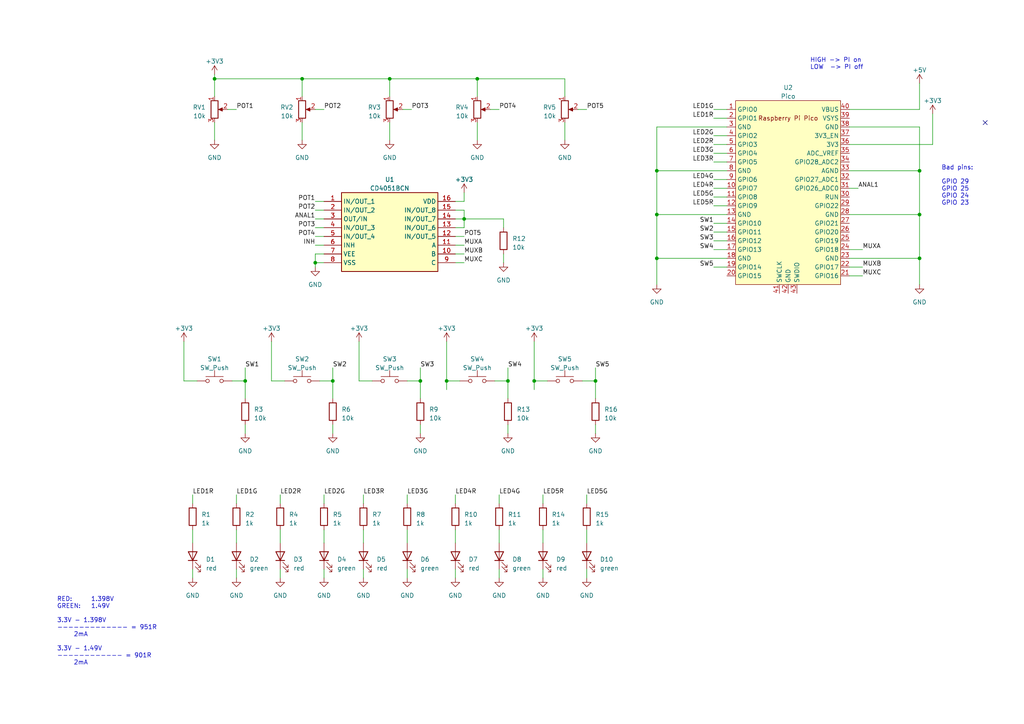
<source format=kicad_sch>
(kicad_sch (version 20230121) (generator eeschema)

  (uuid 06c37cb1-c02e-4807-841e-a1362f60cdfe)

  (paper "A4")

  (title_block
    (title "SoundControl")
    (date "2024-02-11")
    (rev "1")
  )

  (lib_symbols
    (symbol "Device:LED" (pin_numbers hide) (pin_names (offset 1.016) hide) (in_bom yes) (on_board yes)
      (property "Reference" "D" (at 0 2.54 0)
        (effects (font (size 1.27 1.27)))
      )
      (property "Value" "LED" (at 0 -2.54 0)
        (effects (font (size 1.27 1.27)))
      )
      (property "Footprint" "" (at 0 0 0)
        (effects (font (size 1.27 1.27)) hide)
      )
      (property "Datasheet" "~" (at 0 0 0)
        (effects (font (size 1.27 1.27)) hide)
      )
      (property "ki_keywords" "LED diode" (at 0 0 0)
        (effects (font (size 1.27 1.27)) hide)
      )
      (property "ki_description" "Light emitting diode" (at 0 0 0)
        (effects (font (size 1.27 1.27)) hide)
      )
      (property "ki_fp_filters" "LED* LED_SMD:* LED_THT:*" (at 0 0 0)
        (effects (font (size 1.27 1.27)) hide)
      )
      (symbol "LED_0_1"
        (polyline
          (pts
            (xy -1.27 -1.27)
            (xy -1.27 1.27)
          )
          (stroke (width 0.254) (type default))
          (fill (type none))
        )
        (polyline
          (pts
            (xy -1.27 0)
            (xy 1.27 0)
          )
          (stroke (width 0) (type default))
          (fill (type none))
        )
        (polyline
          (pts
            (xy 1.27 -1.27)
            (xy 1.27 1.27)
            (xy -1.27 0)
            (xy 1.27 -1.27)
          )
          (stroke (width 0.254) (type default))
          (fill (type none))
        )
        (polyline
          (pts
            (xy -3.048 -0.762)
            (xy -4.572 -2.286)
            (xy -3.81 -2.286)
            (xy -4.572 -2.286)
            (xy -4.572 -1.524)
          )
          (stroke (width 0) (type default))
          (fill (type none))
        )
        (polyline
          (pts
            (xy -1.778 -0.762)
            (xy -3.302 -2.286)
            (xy -2.54 -2.286)
            (xy -3.302 -2.286)
            (xy -3.302 -1.524)
          )
          (stroke (width 0) (type default))
          (fill (type none))
        )
      )
      (symbol "LED_1_1"
        (pin passive line (at -3.81 0 0) (length 2.54)
          (name "K" (effects (font (size 1.27 1.27))))
          (number "1" (effects (font (size 1.27 1.27))))
        )
        (pin passive line (at 3.81 0 180) (length 2.54)
          (name "A" (effects (font (size 1.27 1.27))))
          (number "2" (effects (font (size 1.27 1.27))))
        )
      )
    )
    (symbol "Device:R" (pin_numbers hide) (pin_names (offset 0)) (in_bom yes) (on_board yes)
      (property "Reference" "R" (at 2.032 0 90)
        (effects (font (size 1.27 1.27)))
      )
      (property "Value" "R" (at 0 0 90)
        (effects (font (size 1.27 1.27)))
      )
      (property "Footprint" "" (at -1.778 0 90)
        (effects (font (size 1.27 1.27)) hide)
      )
      (property "Datasheet" "~" (at 0 0 0)
        (effects (font (size 1.27 1.27)) hide)
      )
      (property "ki_keywords" "R res resistor" (at 0 0 0)
        (effects (font (size 1.27 1.27)) hide)
      )
      (property "ki_description" "Resistor" (at 0 0 0)
        (effects (font (size 1.27 1.27)) hide)
      )
      (property "ki_fp_filters" "R_*" (at 0 0 0)
        (effects (font (size 1.27 1.27)) hide)
      )
      (symbol "R_0_1"
        (rectangle (start -1.016 -2.54) (end 1.016 2.54)
          (stroke (width 0.254) (type default))
          (fill (type none))
        )
      )
      (symbol "R_1_1"
        (pin passive line (at 0 3.81 270) (length 1.27)
          (name "~" (effects (font (size 1.27 1.27))))
          (number "1" (effects (font (size 1.27 1.27))))
        )
        (pin passive line (at 0 -3.81 90) (length 1.27)
          (name "~" (effects (font (size 1.27 1.27))))
          (number "2" (effects (font (size 1.27 1.27))))
        )
      )
    )
    (symbol "Device:R_Potentiometer" (pin_names (offset 1.016) hide) (in_bom yes) (on_board yes)
      (property "Reference" "RV" (at -4.445 0 90)
        (effects (font (size 1.27 1.27)))
      )
      (property "Value" "R_Potentiometer" (at -2.54 0 90)
        (effects (font (size 1.27 1.27)))
      )
      (property "Footprint" "" (at 0 0 0)
        (effects (font (size 1.27 1.27)) hide)
      )
      (property "Datasheet" "~" (at 0 0 0)
        (effects (font (size 1.27 1.27)) hide)
      )
      (property "ki_keywords" "resistor variable" (at 0 0 0)
        (effects (font (size 1.27 1.27)) hide)
      )
      (property "ki_description" "Potentiometer" (at 0 0 0)
        (effects (font (size 1.27 1.27)) hide)
      )
      (property "ki_fp_filters" "Potentiometer*" (at 0 0 0)
        (effects (font (size 1.27 1.27)) hide)
      )
      (symbol "R_Potentiometer_0_1"
        (polyline
          (pts
            (xy 2.54 0)
            (xy 1.524 0)
          )
          (stroke (width 0) (type default))
          (fill (type none))
        )
        (polyline
          (pts
            (xy 1.143 0)
            (xy 2.286 0.508)
            (xy 2.286 -0.508)
            (xy 1.143 0)
          )
          (stroke (width 0) (type default))
          (fill (type outline))
        )
        (rectangle (start 1.016 2.54) (end -1.016 -2.54)
          (stroke (width 0.254) (type default))
          (fill (type none))
        )
      )
      (symbol "R_Potentiometer_1_1"
        (pin passive line (at 0 3.81 270) (length 1.27)
          (name "1" (effects (font (size 1.27 1.27))))
          (number "1" (effects (font (size 1.27 1.27))))
        )
        (pin passive line (at 3.81 0 180) (length 1.27)
          (name "2" (effects (font (size 1.27 1.27))))
          (number "2" (effects (font (size 1.27 1.27))))
        )
        (pin passive line (at 0 -3.81 90) (length 1.27)
          (name "3" (effects (font (size 1.27 1.27))))
          (number "3" (effects (font (size 1.27 1.27))))
        )
      )
    )
    (symbol "Pico_W:Pico" (in_bom yes) (on_board yes)
      (property "Reference" "U" (at -13.97 27.94 0)
        (effects (font (size 1.27 1.27)))
      )
      (property "Value" "Pico" (at 0 19.05 0)
        (effects (font (size 1.27 1.27)))
      )
      (property "Footprint" "Pico_W:RPi_Pico_SMD_TH" (at 0 0 90)
        (effects (font (size 1.27 1.27)) hide)
      )
      (property "Datasheet" "" (at 0 0 0)
        (effects (font (size 1.27 1.27)) hide)
      )
      (symbol "Pico_0_0"
        (text "Raspberry Pi Pico" (at 0 21.59 0)
          (effects (font (size 1.27 1.27)))
        )
      )
      (symbol "Pico_0_1"
        (rectangle (start -15.24 26.67) (end 15.24 -26.67)
          (stroke (width 0) (type default))
          (fill (type background))
        )
      )
      (symbol "Pico_1_1"
        (pin bidirectional line (at -17.78 24.13 0) (length 2.54)
          (name "GPIO0" (effects (font (size 1.27 1.27))))
          (number "1" (effects (font (size 1.27 1.27))))
        )
        (pin bidirectional line (at -17.78 1.27 0) (length 2.54)
          (name "GPIO7" (effects (font (size 1.27 1.27))))
          (number "10" (effects (font (size 1.27 1.27))))
        )
        (pin bidirectional line (at -17.78 -1.27 0) (length 2.54)
          (name "GPIO8" (effects (font (size 1.27 1.27))))
          (number "11" (effects (font (size 1.27 1.27))))
        )
        (pin bidirectional line (at -17.78 -3.81 0) (length 2.54)
          (name "GPIO9" (effects (font (size 1.27 1.27))))
          (number "12" (effects (font (size 1.27 1.27))))
        )
        (pin power_in line (at -17.78 -6.35 0) (length 2.54)
          (name "GND" (effects (font (size 1.27 1.27))))
          (number "13" (effects (font (size 1.27 1.27))))
        )
        (pin bidirectional line (at -17.78 -8.89 0) (length 2.54)
          (name "GPIO10" (effects (font (size 1.27 1.27))))
          (number "14" (effects (font (size 1.27 1.27))))
        )
        (pin bidirectional line (at -17.78 -11.43 0) (length 2.54)
          (name "GPIO11" (effects (font (size 1.27 1.27))))
          (number "15" (effects (font (size 1.27 1.27))))
        )
        (pin bidirectional line (at -17.78 -13.97 0) (length 2.54)
          (name "GPIO12" (effects (font (size 1.27 1.27))))
          (number "16" (effects (font (size 1.27 1.27))))
        )
        (pin bidirectional line (at -17.78 -16.51 0) (length 2.54)
          (name "GPIO13" (effects (font (size 1.27 1.27))))
          (number "17" (effects (font (size 1.27 1.27))))
        )
        (pin power_in line (at -17.78 -19.05 0) (length 2.54)
          (name "GND" (effects (font (size 1.27 1.27))))
          (number "18" (effects (font (size 1.27 1.27))))
        )
        (pin bidirectional line (at -17.78 -21.59 0) (length 2.54)
          (name "GPIO14" (effects (font (size 1.27 1.27))))
          (number "19" (effects (font (size 1.27 1.27))))
        )
        (pin bidirectional line (at -17.78 21.59 0) (length 2.54)
          (name "GPIO1" (effects (font (size 1.27 1.27))))
          (number "2" (effects (font (size 1.27 1.27))))
        )
        (pin bidirectional line (at -17.78 -24.13 0) (length 2.54)
          (name "GPIO15" (effects (font (size 1.27 1.27))))
          (number "20" (effects (font (size 1.27 1.27))))
        )
        (pin bidirectional line (at 17.78 -24.13 180) (length 2.54)
          (name "GPIO16" (effects (font (size 1.27 1.27))))
          (number "21" (effects (font (size 1.27 1.27))))
        )
        (pin bidirectional line (at 17.78 -21.59 180) (length 2.54)
          (name "GPIO17" (effects (font (size 1.27 1.27))))
          (number "22" (effects (font (size 1.27 1.27))))
        )
        (pin power_in line (at 17.78 -19.05 180) (length 2.54)
          (name "GND" (effects (font (size 1.27 1.27))))
          (number "23" (effects (font (size 1.27 1.27))))
        )
        (pin bidirectional line (at 17.78 -16.51 180) (length 2.54)
          (name "GPIO18" (effects (font (size 1.27 1.27))))
          (number "24" (effects (font (size 1.27 1.27))))
        )
        (pin bidirectional line (at 17.78 -13.97 180) (length 2.54)
          (name "GPIO19" (effects (font (size 1.27 1.27))))
          (number "25" (effects (font (size 1.27 1.27))))
        )
        (pin bidirectional line (at 17.78 -11.43 180) (length 2.54)
          (name "GPIO20" (effects (font (size 1.27 1.27))))
          (number "26" (effects (font (size 1.27 1.27))))
        )
        (pin bidirectional line (at 17.78 -8.89 180) (length 2.54)
          (name "GPIO21" (effects (font (size 1.27 1.27))))
          (number "27" (effects (font (size 1.27 1.27))))
        )
        (pin power_in line (at 17.78 -6.35 180) (length 2.54)
          (name "GND" (effects (font (size 1.27 1.27))))
          (number "28" (effects (font (size 1.27 1.27))))
        )
        (pin bidirectional line (at 17.78 -3.81 180) (length 2.54)
          (name "GPIO22" (effects (font (size 1.27 1.27))))
          (number "29" (effects (font (size 1.27 1.27))))
        )
        (pin power_in line (at -17.78 19.05 0) (length 2.54)
          (name "GND" (effects (font (size 1.27 1.27))))
          (number "3" (effects (font (size 1.27 1.27))))
        )
        (pin input line (at 17.78 -1.27 180) (length 2.54)
          (name "RUN" (effects (font (size 1.27 1.27))))
          (number "30" (effects (font (size 1.27 1.27))))
        )
        (pin bidirectional line (at 17.78 1.27 180) (length 2.54)
          (name "GPIO26_ADC0" (effects (font (size 1.27 1.27))))
          (number "31" (effects (font (size 1.27 1.27))))
        )
        (pin bidirectional line (at 17.78 3.81 180) (length 2.54)
          (name "GPIO27_ADC1" (effects (font (size 1.27 1.27))))
          (number "32" (effects (font (size 1.27 1.27))))
        )
        (pin power_in line (at 17.78 6.35 180) (length 2.54)
          (name "AGND" (effects (font (size 1.27 1.27))))
          (number "33" (effects (font (size 1.27 1.27))))
        )
        (pin bidirectional line (at 17.78 8.89 180) (length 2.54)
          (name "GPIO28_ADC2" (effects (font (size 1.27 1.27))))
          (number "34" (effects (font (size 1.27 1.27))))
        )
        (pin power_in line (at 17.78 11.43 180) (length 2.54)
          (name "ADC_VREF" (effects (font (size 1.27 1.27))))
          (number "35" (effects (font (size 1.27 1.27))))
        )
        (pin power_in line (at 17.78 13.97 180) (length 2.54)
          (name "3V3" (effects (font (size 1.27 1.27))))
          (number "36" (effects (font (size 1.27 1.27))))
        )
        (pin input line (at 17.78 16.51 180) (length 2.54)
          (name "3V3_EN" (effects (font (size 1.27 1.27))))
          (number "37" (effects (font (size 1.27 1.27))))
        )
        (pin bidirectional line (at 17.78 19.05 180) (length 2.54)
          (name "GND" (effects (font (size 1.27 1.27))))
          (number "38" (effects (font (size 1.27 1.27))))
        )
        (pin power_in line (at 17.78 21.59 180) (length 2.54)
          (name "VSYS" (effects (font (size 1.27 1.27))))
          (number "39" (effects (font (size 1.27 1.27))))
        )
        (pin bidirectional line (at -17.78 16.51 0) (length 2.54)
          (name "GPIO2" (effects (font (size 1.27 1.27))))
          (number "4" (effects (font (size 1.27 1.27))))
        )
        (pin power_in line (at 17.78 24.13 180) (length 2.54)
          (name "VBUS" (effects (font (size 1.27 1.27))))
          (number "40" (effects (font (size 1.27 1.27))))
        )
        (pin input line (at -2.54 -29.21 90) (length 2.54)
          (name "SWCLK" (effects (font (size 1.27 1.27))))
          (number "41" (effects (font (size 1.27 1.27))))
        )
        (pin power_in line (at 0 -29.21 90) (length 2.54)
          (name "GND" (effects (font (size 1.27 1.27))))
          (number "42" (effects (font (size 1.27 1.27))))
        )
        (pin bidirectional line (at 2.54 -29.21 90) (length 2.54)
          (name "SWDIO" (effects (font (size 1.27 1.27))))
          (number "43" (effects (font (size 1.27 1.27))))
        )
        (pin bidirectional line (at -17.78 13.97 0) (length 2.54)
          (name "GPIO3" (effects (font (size 1.27 1.27))))
          (number "5" (effects (font (size 1.27 1.27))))
        )
        (pin bidirectional line (at -17.78 11.43 0) (length 2.54)
          (name "GPIO4" (effects (font (size 1.27 1.27))))
          (number "6" (effects (font (size 1.27 1.27))))
        )
        (pin bidirectional line (at -17.78 8.89 0) (length 2.54)
          (name "GPIO5" (effects (font (size 1.27 1.27))))
          (number "7" (effects (font (size 1.27 1.27))))
        )
        (pin power_in line (at -17.78 6.35 0) (length 2.54)
          (name "GND" (effects (font (size 1.27 1.27))))
          (number "8" (effects (font (size 1.27 1.27))))
        )
        (pin bidirectional line (at -17.78 3.81 0) (length 2.54)
          (name "GPIO6" (effects (font (size 1.27 1.27))))
          (number "9" (effects (font (size 1.27 1.27))))
        )
      )
    )
    (symbol "Samacsys:CD4051BCN" (in_bom yes) (on_board yes)
      (property "Reference" "U" (at 34.29 7.62 0)
        (effects (font (size 1.27 1.27)) (justify left top))
      )
      (property "Value" "CD4051BCN" (at 34.29 5.08 0)
        (effects (font (size 1.27 1.27)) (justify left top))
      )
      (property "Footprint" "DIP787W58P254L1930H508Q16N" (at 34.29 -94.92 0)
        (effects (font (size 1.27 1.27)) (justify left top) hide)
      )
      (property "Datasheet" "http://uk.rs-online.com/web/p/products/3455560" (at 34.29 -194.92 0)
        (effects (font (size 1.27 1.27)) (justify left top) hide)
      )
      (property "Height" "5.08" (at 34.29 -394.92 0)
        (effects (font (size 1.27 1.27)) (justify left top) hide)
      )
      (property "RS Part Number" "3455560" (at 34.29 -494.92 0)
        (effects (font (size 1.27 1.27)) (justify left top) hide)
      )
      (property "RS Price/Stock" "http://uk.rs-online.com/web/p/products/3455560" (at 34.29 -594.92 0)
        (effects (font (size 1.27 1.27)) (justify left top) hide)
      )
      (property "Manufacturer_Name" "onsemi" (at 34.29 -694.92 0)
        (effects (font (size 1.27 1.27)) (justify left top) hide)
      )
      (property "Manufacturer_Part_Number" "CD4051BCN" (at 34.29 -794.92 0)
        (effects (font (size 1.27 1.27)) (justify left top) hide)
      )
      (property "ki_description" "Analog Multiplexer/Demultiplexer" (at 0 0 0)
        (effects (font (size 1.27 1.27)) hide)
      )
      (symbol "CD4051BCN_1_1"
        (rectangle (start 5.08 2.54) (end 33.02 -20.32)
          (stroke (width 0.254) (type default))
          (fill (type background))
        )
        (pin passive line (at 0 0 0) (length 5.08)
          (name "IN/OUT_1" (effects (font (size 1.27 1.27))))
          (number "1" (effects (font (size 1.27 1.27))))
        )
        (pin passive line (at 38.1 -15.24 180) (length 5.08)
          (name "B" (effects (font (size 1.27 1.27))))
          (number "10" (effects (font (size 1.27 1.27))))
        )
        (pin passive line (at 38.1 -12.7 180) (length 5.08)
          (name "A" (effects (font (size 1.27 1.27))))
          (number "11" (effects (font (size 1.27 1.27))))
        )
        (pin passive line (at 38.1 -10.16 180) (length 5.08)
          (name "IN/OUT_5" (effects (font (size 1.27 1.27))))
          (number "12" (effects (font (size 1.27 1.27))))
        )
        (pin passive line (at 38.1 -7.62 180) (length 5.08)
          (name "IN/OUT_6" (effects (font (size 1.27 1.27))))
          (number "13" (effects (font (size 1.27 1.27))))
        )
        (pin passive line (at 38.1 -5.08 180) (length 5.08)
          (name "IN/OUT_7" (effects (font (size 1.27 1.27))))
          (number "14" (effects (font (size 1.27 1.27))))
        )
        (pin passive line (at 38.1 -2.54 180) (length 5.08)
          (name "IN/OUT_8" (effects (font (size 1.27 1.27))))
          (number "15" (effects (font (size 1.27 1.27))))
        )
        (pin passive line (at 38.1 0 180) (length 5.08)
          (name "VDD" (effects (font (size 1.27 1.27))))
          (number "16" (effects (font (size 1.27 1.27))))
        )
        (pin passive line (at 0 -2.54 0) (length 5.08)
          (name "IN/OUT_2" (effects (font (size 1.27 1.27))))
          (number "2" (effects (font (size 1.27 1.27))))
        )
        (pin passive line (at 0 -5.08 0) (length 5.08)
          (name "OUT/IN" (effects (font (size 1.27 1.27))))
          (number "3" (effects (font (size 1.27 1.27))))
        )
        (pin passive line (at 0 -7.62 0) (length 5.08)
          (name "IN/OUT_3" (effects (font (size 1.27 1.27))))
          (number "4" (effects (font (size 1.27 1.27))))
        )
        (pin passive line (at 0 -10.16 0) (length 5.08)
          (name "IN/OUT_4" (effects (font (size 1.27 1.27))))
          (number "5" (effects (font (size 1.27 1.27))))
        )
        (pin passive line (at 0 -12.7 0) (length 5.08)
          (name "INH" (effects (font (size 1.27 1.27))))
          (number "6" (effects (font (size 1.27 1.27))))
        )
        (pin passive line (at 0 -15.24 0) (length 5.08)
          (name "VEE" (effects (font (size 1.27 1.27))))
          (number "7" (effects (font (size 1.27 1.27))))
        )
        (pin passive line (at 0 -17.78 0) (length 5.08)
          (name "VSS" (effects (font (size 1.27 1.27))))
          (number "8" (effects (font (size 1.27 1.27))))
        )
        (pin passive line (at 38.1 -17.78 180) (length 5.08)
          (name "C" (effects (font (size 1.27 1.27))))
          (number "9" (effects (font (size 1.27 1.27))))
        )
      )
    )
    (symbol "Switch:SW_Push" (pin_numbers hide) (pin_names (offset 1.016) hide) (in_bom yes) (on_board yes)
      (property "Reference" "SW" (at 1.27 2.54 0)
        (effects (font (size 1.27 1.27)) (justify left))
      )
      (property "Value" "SW_Push" (at 0 -1.524 0)
        (effects (font (size 1.27 1.27)))
      )
      (property "Footprint" "" (at 0 5.08 0)
        (effects (font (size 1.27 1.27)) hide)
      )
      (property "Datasheet" "~" (at 0 5.08 0)
        (effects (font (size 1.27 1.27)) hide)
      )
      (property "ki_keywords" "switch normally-open pushbutton push-button" (at 0 0 0)
        (effects (font (size 1.27 1.27)) hide)
      )
      (property "ki_description" "Push button switch, generic, two pins" (at 0 0 0)
        (effects (font (size 1.27 1.27)) hide)
      )
      (symbol "SW_Push_0_1"
        (circle (center -2.032 0) (radius 0.508)
          (stroke (width 0) (type default))
          (fill (type none))
        )
        (polyline
          (pts
            (xy 0 1.27)
            (xy 0 3.048)
          )
          (stroke (width 0) (type default))
          (fill (type none))
        )
        (polyline
          (pts
            (xy 2.54 1.27)
            (xy -2.54 1.27)
          )
          (stroke (width 0) (type default))
          (fill (type none))
        )
        (circle (center 2.032 0) (radius 0.508)
          (stroke (width 0) (type default))
          (fill (type none))
        )
        (pin passive line (at -5.08 0 0) (length 2.54)
          (name "1" (effects (font (size 1.27 1.27))))
          (number "1" (effects (font (size 1.27 1.27))))
        )
        (pin passive line (at 5.08 0 180) (length 2.54)
          (name "2" (effects (font (size 1.27 1.27))))
          (number "2" (effects (font (size 1.27 1.27))))
        )
      )
    )
    (symbol "power:+3V3" (power) (pin_names (offset 0)) (in_bom yes) (on_board yes)
      (property "Reference" "#PWR" (at 0 -3.81 0)
        (effects (font (size 1.27 1.27)) hide)
      )
      (property "Value" "+3V3" (at 0 3.556 0)
        (effects (font (size 1.27 1.27)))
      )
      (property "Footprint" "" (at 0 0 0)
        (effects (font (size 1.27 1.27)) hide)
      )
      (property "Datasheet" "" (at 0 0 0)
        (effects (font (size 1.27 1.27)) hide)
      )
      (property "ki_keywords" "global power" (at 0 0 0)
        (effects (font (size 1.27 1.27)) hide)
      )
      (property "ki_description" "Power symbol creates a global label with name \"+3V3\"" (at 0 0 0)
        (effects (font (size 1.27 1.27)) hide)
      )
      (symbol "+3V3_0_1"
        (polyline
          (pts
            (xy -0.762 1.27)
            (xy 0 2.54)
          )
          (stroke (width 0) (type default))
          (fill (type none))
        )
        (polyline
          (pts
            (xy 0 0)
            (xy 0 2.54)
          )
          (stroke (width 0) (type default))
          (fill (type none))
        )
        (polyline
          (pts
            (xy 0 2.54)
            (xy 0.762 1.27)
          )
          (stroke (width 0) (type default))
          (fill (type none))
        )
      )
      (symbol "+3V3_1_1"
        (pin power_in line (at 0 0 90) (length 0) hide
          (name "+3V3" (effects (font (size 1.27 1.27))))
          (number "1" (effects (font (size 1.27 1.27))))
        )
      )
    )
    (symbol "power:+5V" (power) (pin_names (offset 0)) (in_bom yes) (on_board yes)
      (property "Reference" "#PWR" (at 0 -3.81 0)
        (effects (font (size 1.27 1.27)) hide)
      )
      (property "Value" "+5V" (at 0 3.556 0)
        (effects (font (size 1.27 1.27)))
      )
      (property "Footprint" "" (at 0 0 0)
        (effects (font (size 1.27 1.27)) hide)
      )
      (property "Datasheet" "" (at 0 0 0)
        (effects (font (size 1.27 1.27)) hide)
      )
      (property "ki_keywords" "global power" (at 0 0 0)
        (effects (font (size 1.27 1.27)) hide)
      )
      (property "ki_description" "Power symbol creates a global label with name \"+5V\"" (at 0 0 0)
        (effects (font (size 1.27 1.27)) hide)
      )
      (symbol "+5V_0_1"
        (polyline
          (pts
            (xy -0.762 1.27)
            (xy 0 2.54)
          )
          (stroke (width 0) (type default))
          (fill (type none))
        )
        (polyline
          (pts
            (xy 0 0)
            (xy 0 2.54)
          )
          (stroke (width 0) (type default))
          (fill (type none))
        )
        (polyline
          (pts
            (xy 0 2.54)
            (xy 0.762 1.27)
          )
          (stroke (width 0) (type default))
          (fill (type none))
        )
      )
      (symbol "+5V_1_1"
        (pin power_in line (at 0 0 90) (length 0) hide
          (name "+5V" (effects (font (size 1.27 1.27))))
          (number "1" (effects (font (size 1.27 1.27))))
        )
      )
    )
    (symbol "power:GND" (power) (pin_names (offset 0)) (in_bom yes) (on_board yes)
      (property "Reference" "#PWR" (at 0 -6.35 0)
        (effects (font (size 1.27 1.27)) hide)
      )
      (property "Value" "GND" (at 0 -3.81 0)
        (effects (font (size 1.27 1.27)))
      )
      (property "Footprint" "" (at 0 0 0)
        (effects (font (size 1.27 1.27)) hide)
      )
      (property "Datasheet" "" (at 0 0 0)
        (effects (font (size 1.27 1.27)) hide)
      )
      (property "ki_keywords" "global power" (at 0 0 0)
        (effects (font (size 1.27 1.27)) hide)
      )
      (property "ki_description" "Power symbol creates a global label with name \"GND\" , ground" (at 0 0 0)
        (effects (font (size 1.27 1.27)) hide)
      )
      (symbol "GND_0_1"
        (polyline
          (pts
            (xy 0 0)
            (xy 0 -1.27)
            (xy 1.27 -1.27)
            (xy 0 -2.54)
            (xy -1.27 -1.27)
            (xy 0 -1.27)
          )
          (stroke (width 0) (type default))
          (fill (type none))
        )
      )
      (symbol "GND_1_1"
        (pin power_in line (at 0 0 270) (length 0) hide
          (name "GND" (effects (font (size 1.27 1.27))))
          (number "1" (effects (font (size 1.27 1.27))))
        )
      )
    )
  )

  (junction (at 190.5 62.23) (diameter 0) (color 0 0 0 0)
    (uuid 0f8e42cd-13e7-42c0-83c2-3d3fb5ffceac)
  )
  (junction (at 113.03 22.86) (diameter 0) (color 0 0 0 0)
    (uuid 106b9302-e3ed-4246-8391-69d8f0b64560)
  )
  (junction (at 129.54 110.49) (diameter 0) (color 0 0 0 0)
    (uuid 21262775-a8d2-408a-bf28-656a224231d3)
  )
  (junction (at 190.5 74.93) (diameter 0) (color 0 0 0 0)
    (uuid 2bbc6c35-fae7-4199-8f4c-f21fb6b01e77)
  )
  (junction (at 266.7 49.53) (diameter 0) (color 0 0 0 0)
    (uuid 3ca01381-23da-4f6a-a255-233b61dd5015)
  )
  (junction (at 134.62 63.5) (diameter 0) (color 0 0 0 0)
    (uuid 3da362a9-3f99-402e-a122-3169b82683f8)
  )
  (junction (at 172.72 110.49) (diameter 0) (color 0 0 0 0)
    (uuid 4dfb7260-cbd5-49ec-a1b2-6963c2992da3)
  )
  (junction (at 138.43 22.86) (diameter 0) (color 0 0 0 0)
    (uuid 5173f99b-f6af-40aa-acdb-6c402d1e69cd)
  )
  (junction (at 147.32 110.49) (diameter 0) (color 0 0 0 0)
    (uuid 56fbc8bd-e964-4332-91cb-966a0cd23106)
  )
  (junction (at 121.92 110.49) (diameter 0) (color 0 0 0 0)
    (uuid 58c17261-83a4-4815-8151-2ab57c2d5cd0)
  )
  (junction (at 266.7 62.23) (diameter 0) (color 0 0 0 0)
    (uuid 6d7462df-a5ee-4e9c-9ded-a4966421cb4c)
  )
  (junction (at 91.44 76.2) (diameter 0) (color 0 0 0 0)
    (uuid 7f40d3ec-eb2c-42c2-a4a1-627c5ecd6a37)
  )
  (junction (at 71.12 110.49) (diameter 0) (color 0 0 0 0)
    (uuid 8c13ae43-d97f-45b8-a4f2-b432371a03de)
  )
  (junction (at 87.63 22.86) (diameter 0) (color 0 0 0 0)
    (uuid 91d27069-9074-43eb-b5de-41110a47e0c2)
  )
  (junction (at 96.52 110.49) (diameter 0) (color 0 0 0 0)
    (uuid a842720b-e5a0-44d8-a99c-7fb61098eea6)
  )
  (junction (at 154.94 110.49) (diameter 0) (color 0 0 0 0)
    (uuid ac715583-6ea1-4260-868b-de72c27ef320)
  )
  (junction (at 62.23 22.86) (diameter 0) (color 0 0 0 0)
    (uuid b38d302d-f19c-418b-95bb-73267e88b116)
  )
  (junction (at 266.7 74.93) (diameter 0) (color 0 0 0 0)
    (uuid b9f768c7-6810-421e-b788-d85fec0e4fe3)
  )
  (junction (at 190.5 49.53) (diameter 0) (color 0 0 0 0)
    (uuid c0bb8463-1d7d-4369-99d5-f5fa1948ccba)
  )

  (no_connect (at 285.75 35.56) (uuid e31224c7-2c83-4483-9f37-1b411bee3ecb))

  (wire (pts (xy 207.01 64.77) (xy 210.82 64.77))
    (stroke (width 0) (type default))
    (uuid 032b5d8f-b191-482a-b430-c4e775a93e61)
  )
  (wire (pts (xy 104.14 110.49) (xy 104.14 99.06))
    (stroke (width 0) (type default))
    (uuid 069bf715-5a3e-4277-8ae6-6fe0a85be326)
  )
  (wire (pts (xy 143.51 110.49) (xy 147.32 110.49))
    (stroke (width 0) (type default))
    (uuid 07a49e42-b38c-4364-8c3e-283537396e32)
  )
  (wire (pts (xy 190.5 74.93) (xy 210.82 74.93))
    (stroke (width 0) (type default))
    (uuid 0811f403-dde2-49c8-86fe-7c6db692b3e8)
  )
  (wire (pts (xy 92.71 110.49) (xy 96.52 110.49))
    (stroke (width 0) (type default))
    (uuid 09b82331-35d4-4060-81c2-bdc2a5148b10)
  )
  (wire (pts (xy 118.11 165.1) (xy 118.11 167.64))
    (stroke (width 0) (type default))
    (uuid 0a41586d-033a-4d96-81b3-48bfeac905e1)
  )
  (wire (pts (xy 134.62 55.88) (xy 134.62 58.42))
    (stroke (width 0) (type default))
    (uuid 0ac28518-8424-49ee-915a-743b7dc96a64)
  )
  (wire (pts (xy 113.03 35.56) (xy 113.03 40.64))
    (stroke (width 0) (type default))
    (uuid 10b4b10f-8728-43e4-a7e8-f3713169ca17)
  )
  (wire (pts (xy 68.58 165.1) (xy 68.58 167.64))
    (stroke (width 0) (type default))
    (uuid 13302f9f-8f5a-4e39-883b-65f2770d367f)
  )
  (wire (pts (xy 91.44 60.96) (xy 93.98 60.96))
    (stroke (width 0) (type default))
    (uuid 17acf23b-95ff-4e46-96a8-c666d41f1650)
  )
  (wire (pts (xy 170.18 143.51) (xy 170.18 146.05))
    (stroke (width 0) (type default))
    (uuid 1acdfff6-14f9-4def-a140-749e619d28e2)
  )
  (wire (pts (xy 68.58 153.67) (xy 68.58 157.48))
    (stroke (width 0) (type default))
    (uuid 1b765dcf-1602-4392-a4b9-34392e8bda12)
  )
  (wire (pts (xy 246.38 80.01) (xy 250.19 80.01))
    (stroke (width 0) (type default))
    (uuid 1cccc901-ed58-4e95-80aa-0a160c6bbef9)
  )
  (wire (pts (xy 147.32 123.19) (xy 147.32 125.73))
    (stroke (width 0) (type default))
    (uuid 2262c48f-2de5-4847-b8b1-8fd846c91245)
  )
  (wire (pts (xy 116.84 31.75) (xy 119.38 31.75))
    (stroke (width 0) (type default))
    (uuid 23190a17-d620-41c1-99c6-badd969b544d)
  )
  (wire (pts (xy 246.38 49.53) (xy 266.7 49.53))
    (stroke (width 0) (type default))
    (uuid 24d1f319-76a1-4c06-8343-532cf3556247)
  )
  (wire (pts (xy 113.03 22.86) (xy 138.43 22.86))
    (stroke (width 0) (type default))
    (uuid 25469760-e149-447c-9816-20f39e5ffd59)
  )
  (wire (pts (xy 129.54 110.49) (xy 129.54 99.06))
    (stroke (width 0) (type default))
    (uuid 26f5a304-2d22-4340-8a9a-78ec92233229)
  )
  (wire (pts (xy 81.28 165.1) (xy 81.28 167.64))
    (stroke (width 0) (type default))
    (uuid 26fcb7ca-5d61-418c-b292-f1a2b0610617)
  )
  (wire (pts (xy 266.7 62.23) (xy 266.7 74.93))
    (stroke (width 0) (type default))
    (uuid 2a38e799-1285-486f-a851-d4fe38f37eb4)
  )
  (wire (pts (xy 190.5 62.23) (xy 210.82 62.23))
    (stroke (width 0) (type default))
    (uuid 2b22c3d1-c93c-49ac-b4ba-9964283b4143)
  )
  (wire (pts (xy 57.15 110.49) (xy 53.34 110.49))
    (stroke (width 0) (type default))
    (uuid 2ccadf0f-35a9-4cd6-86ab-4feccc3005b9)
  )
  (wire (pts (xy 87.63 22.86) (xy 87.63 27.94))
    (stroke (width 0) (type default))
    (uuid 30c3408c-16f4-443b-aec9-acd6714c4494)
  )
  (wire (pts (xy 62.23 27.94) (xy 62.23 22.86))
    (stroke (width 0) (type default))
    (uuid 30cc0b46-70d2-4370-8e0a-a1614ee3b8f6)
  )
  (wire (pts (xy 113.03 22.86) (xy 113.03 27.94))
    (stroke (width 0) (type default))
    (uuid 34197996-c0a1-453d-b0d7-d42511cbbc81)
  )
  (wire (pts (xy 132.08 66.04) (xy 134.62 66.04))
    (stroke (width 0) (type default))
    (uuid 34956d4b-b1a8-4dd5-b383-f34bc23648e5)
  )
  (wire (pts (xy 154.94 110.49) (xy 154.94 99.06))
    (stroke (width 0) (type default))
    (uuid 34c53d88-e45d-43f3-bd7c-6990abec3d77)
  )
  (wire (pts (xy 207.01 69.85) (xy 210.82 69.85))
    (stroke (width 0) (type default))
    (uuid 371b12be-148c-432b-9b53-cd5daff5a5ca)
  )
  (wire (pts (xy 266.7 49.53) (xy 266.7 62.23))
    (stroke (width 0) (type default))
    (uuid 38255235-7f24-4881-9154-3727ab4d948b)
  )
  (wire (pts (xy 134.62 60.96) (xy 134.62 63.5))
    (stroke (width 0) (type default))
    (uuid 3b331162-ed52-48be-bea3-b0ac648681bb)
  )
  (wire (pts (xy 142.24 31.75) (xy 144.78 31.75))
    (stroke (width 0) (type default))
    (uuid 3eb221dd-e6ff-459e-97d5-91b1203e1012)
  )
  (wire (pts (xy 168.91 110.49) (xy 172.72 110.49))
    (stroke (width 0) (type default))
    (uuid 3fe1d1a6-a15f-4e9f-b756-69884193556b)
  )
  (wire (pts (xy 246.38 54.61) (xy 248.92 54.61))
    (stroke (width 0) (type default))
    (uuid 401df4fd-d294-4216-9ead-a17babcac5e9)
  )
  (wire (pts (xy 71.12 106.68) (xy 71.12 110.49))
    (stroke (width 0) (type default))
    (uuid 41d0f7f1-e58a-427c-8046-f851f0324b9f)
  )
  (wire (pts (xy 144.78 153.67) (xy 144.78 157.48))
    (stroke (width 0) (type default))
    (uuid 427383b6-e059-4706-99bd-a9f356abe88e)
  )
  (wire (pts (xy 190.5 49.53) (xy 190.5 62.23))
    (stroke (width 0) (type default))
    (uuid 43e376b6-f56a-46a4-85e1-480809e6f8db)
  )
  (wire (pts (xy 146.05 66.04) (xy 146.05 63.5))
    (stroke (width 0) (type default))
    (uuid 43e9016a-b4e3-4293-80ce-c710d02ef6dc)
  )
  (wire (pts (xy 207.01 77.47) (xy 210.82 77.47))
    (stroke (width 0) (type default))
    (uuid 46635776-4ed7-4f65-994a-cca1697c12d8)
  )
  (wire (pts (xy 93.98 165.1) (xy 93.98 167.64))
    (stroke (width 0) (type default))
    (uuid 483f30fe-c0dc-4a5f-873f-8b855a3a1e03)
  )
  (wire (pts (xy 146.05 63.5) (xy 134.62 63.5))
    (stroke (width 0) (type default))
    (uuid 48af10cf-fe04-45a5-a050-cf86dca8e101)
  )
  (wire (pts (xy 105.41 153.67) (xy 105.41 157.48))
    (stroke (width 0) (type default))
    (uuid 48d0da57-9aba-4135-836d-2b77fa284099)
  )
  (wire (pts (xy 190.5 74.93) (xy 190.5 82.55))
    (stroke (width 0) (type default))
    (uuid 4aa2ba1e-3a7b-4798-960b-b935478f0b84)
  )
  (wire (pts (xy 132.08 68.58) (xy 134.62 68.58))
    (stroke (width 0) (type default))
    (uuid 4e593d58-9a3b-45da-9fc2-8099e22ea650)
  )
  (wire (pts (xy 266.7 36.83) (xy 266.7 49.53))
    (stroke (width 0) (type default))
    (uuid 4eb47b70-4e58-4c0e-ad08-9e9f18aec1ea)
  )
  (wire (pts (xy 96.52 123.19) (xy 96.52 125.73))
    (stroke (width 0) (type default))
    (uuid 5051645b-2561-42c5-8768-71d08d71aabf)
  )
  (wire (pts (xy 207.01 46.99) (xy 210.82 46.99))
    (stroke (width 0) (type default))
    (uuid 51ad6094-99ff-4127-be2d-8c46bdf5900a)
  )
  (wire (pts (xy 55.88 153.67) (xy 55.88 157.48))
    (stroke (width 0) (type default))
    (uuid 531bc71b-5b9a-4f0f-9fb0-1c52af8eda1d)
  )
  (wire (pts (xy 93.98 143.51) (xy 93.98 146.05))
    (stroke (width 0) (type default))
    (uuid 578ba2dd-3a4c-45a3-8669-2a07c6e5be83)
  )
  (wire (pts (xy 96.52 110.49) (xy 96.52 115.57))
    (stroke (width 0) (type default))
    (uuid 5914c5e4-7a0e-4d03-9c0e-d242c0e73728)
  )
  (wire (pts (xy 158.75 110.49) (xy 154.94 110.49))
    (stroke (width 0) (type default))
    (uuid 5a033f48-582b-465a-8f2f-d3d010267f82)
  )
  (wire (pts (xy 246.38 77.47) (xy 250.19 77.47))
    (stroke (width 0) (type default))
    (uuid 5d18a756-e208-4518-8d22-308dcfb2a3b9)
  )
  (wire (pts (xy 55.88 143.51) (xy 55.88 146.05))
    (stroke (width 0) (type default))
    (uuid 63d5ba85-3cae-4102-beff-0bd4c8fa170f)
  )
  (wire (pts (xy 105.41 165.1) (xy 105.41 167.64))
    (stroke (width 0) (type default))
    (uuid 66346311-3646-4b5f-8e8a-7a5072afe4ad)
  )
  (wire (pts (xy 246.38 62.23) (xy 266.7 62.23))
    (stroke (width 0) (type default))
    (uuid 69464f85-b461-4e49-ad1d-f3862c599d44)
  )
  (wire (pts (xy 91.44 68.58) (xy 93.98 68.58))
    (stroke (width 0) (type default))
    (uuid 69e85b05-8352-436a-aa5e-92617d20f599)
  )
  (wire (pts (xy 132.08 73.66) (xy 134.62 73.66))
    (stroke (width 0) (type default))
    (uuid 6aae57c6-2089-44b3-9b39-bcc7532bbf65)
  )
  (wire (pts (xy 71.12 110.49) (xy 71.12 115.57))
    (stroke (width 0) (type default))
    (uuid 6d12f4f3-9de4-4e71-ba14-0d6133305f58)
  )
  (wire (pts (xy 91.44 66.04) (xy 93.98 66.04))
    (stroke (width 0) (type default))
    (uuid 6d47bccc-1acc-496b-bb8e-808bfe01aa9c)
  )
  (wire (pts (xy 170.18 153.67) (xy 170.18 157.48))
    (stroke (width 0) (type default))
    (uuid 70f5e1ef-a1c5-4236-badf-be611f33e88e)
  )
  (wire (pts (xy 105.41 143.51) (xy 105.41 146.05))
    (stroke (width 0) (type default))
    (uuid 71b7c2ec-5661-4286-af98-44b43f4379b9)
  )
  (wire (pts (xy 78.74 110.49) (xy 78.74 99.06))
    (stroke (width 0) (type default))
    (uuid 733f75a9-800d-4130-b26b-05b1a87226fb)
  )
  (wire (pts (xy 207.01 41.91) (xy 210.82 41.91))
    (stroke (width 0) (type default))
    (uuid 735f8d34-6e12-44a0-8447-221c99e23af3)
  )
  (wire (pts (xy 157.48 165.1) (xy 157.48 167.64))
    (stroke (width 0) (type default))
    (uuid 769b8b5c-f041-4a88-adc5-8166307689cb)
  )
  (wire (pts (xy 207.01 72.39) (xy 210.82 72.39))
    (stroke (width 0) (type default))
    (uuid 77286f46-94a7-47ca-b547-a09e280a3f87)
  )
  (wire (pts (xy 93.98 153.67) (xy 93.98 157.48))
    (stroke (width 0) (type default))
    (uuid 777fbb3a-8c41-4aff-b336-644b9092db38)
  )
  (wire (pts (xy 81.28 153.67) (xy 81.28 157.48))
    (stroke (width 0) (type default))
    (uuid 7bc9e1a1-f783-461c-95e0-cf242f41f662)
  )
  (wire (pts (xy 246.38 36.83) (xy 266.7 36.83))
    (stroke (width 0) (type default))
    (uuid 7eebcced-7a5f-4b34-be3c-56ebcf58ff7f)
  )
  (wire (pts (xy 62.23 22.86) (xy 87.63 22.86))
    (stroke (width 0) (type default))
    (uuid 7f7bd991-29c9-43a7-8689-cbf0068dbd84)
  )
  (wire (pts (xy 147.32 106.68) (xy 147.32 110.49))
    (stroke (width 0) (type default))
    (uuid 80d9c9dd-f1c1-4c6d-af96-e9869c956aaa)
  )
  (wire (pts (xy 172.72 110.49) (xy 172.72 115.57))
    (stroke (width 0) (type default))
    (uuid 8409813e-8333-4c9f-bfb5-c5bad637001b)
  )
  (wire (pts (xy 138.43 22.86) (xy 138.43 27.94))
    (stroke (width 0) (type default))
    (uuid 86ff9749-40cb-4871-9f46-a5c46db82212)
  )
  (wire (pts (xy 266.7 24.13) (xy 266.7 31.75))
    (stroke (width 0) (type default))
    (uuid 89c0c409-9f2c-4d64-afeb-cc7774f7cc6c)
  )
  (wire (pts (xy 133.35 110.49) (xy 129.54 110.49))
    (stroke (width 0) (type default))
    (uuid 8d74c242-61fe-4b17-9659-cf064747efc3)
  )
  (wire (pts (xy 172.72 106.68) (xy 172.72 110.49))
    (stroke (width 0) (type default))
    (uuid 8f6535f0-4846-43f8-a958-40e8028664b2)
  )
  (wire (pts (xy 87.63 35.56) (xy 87.63 40.64))
    (stroke (width 0) (type default))
    (uuid 919386a0-9921-452c-bd38-7124368518a0)
  )
  (wire (pts (xy 91.44 76.2) (xy 93.98 76.2))
    (stroke (width 0) (type default))
    (uuid 92806277-1d4e-4600-a8ff-705e5ea6f7ed)
  )
  (wire (pts (xy 93.98 73.66) (xy 91.44 73.66))
    (stroke (width 0) (type default))
    (uuid 9364ae48-8843-4424-a253-31dc5e751950)
  )
  (wire (pts (xy 157.48 143.51) (xy 157.48 146.05))
    (stroke (width 0) (type default))
    (uuid 973aae1c-5674-484d-8cb6-ad5a49f9d08d)
  )
  (wire (pts (xy 53.34 110.49) (xy 53.34 99.06))
    (stroke (width 0) (type default))
    (uuid 987536f3-92d0-475e-9004-e27617c8e5fa)
  )
  (wire (pts (xy 157.48 153.67) (xy 157.48 157.48))
    (stroke (width 0) (type default))
    (uuid 9d022939-d2b0-4e16-b02a-3f03811e9e38)
  )
  (wire (pts (xy 246.38 74.93) (xy 266.7 74.93))
    (stroke (width 0) (type default))
    (uuid 9e4a471f-2145-4c02-9946-888f4f5bc423)
  )
  (wire (pts (xy 91.44 73.66) (xy 91.44 76.2))
    (stroke (width 0) (type default))
    (uuid 9e96785e-6c16-4baf-9533-c7e28e902a6f)
  )
  (wire (pts (xy 118.11 143.51) (xy 118.11 146.05))
    (stroke (width 0) (type default))
    (uuid a0b5c03a-8188-4e24-80c5-d9365451ad4c)
  )
  (wire (pts (xy 121.92 110.49) (xy 121.92 115.57))
    (stroke (width 0) (type default))
    (uuid a2122109-d4c8-4c4a-aa27-78d72d2bbae6)
  )
  (wire (pts (xy 67.31 110.49) (xy 71.12 110.49))
    (stroke (width 0) (type default))
    (uuid a2fb1bdc-ea78-4c61-bd71-8f508c188018)
  )
  (wire (pts (xy 147.32 110.49) (xy 147.32 115.57))
    (stroke (width 0) (type default))
    (uuid a3072f54-d59d-4a9f-938b-9f46038b5f84)
  )
  (wire (pts (xy 190.5 36.83) (xy 190.5 49.53))
    (stroke (width 0) (type default))
    (uuid a3415d54-ddd6-49a9-969e-36940883fc08)
  )
  (wire (pts (xy 270.51 33.02) (xy 270.51 41.91))
    (stroke (width 0) (type default))
    (uuid a4a56350-b1d4-4abc-aa8f-1b4e19b0b644)
  )
  (wire (pts (xy 207.01 52.07) (xy 210.82 52.07))
    (stroke (width 0) (type default))
    (uuid a8cecae7-7f10-41f1-9c2c-7c974e2f3c26)
  )
  (wire (pts (xy 170.18 165.1) (xy 170.18 167.64))
    (stroke (width 0) (type default))
    (uuid a92f2e86-6da9-4134-b74b-14abf5c06a62)
  )
  (wire (pts (xy 87.63 22.86) (xy 113.03 22.86))
    (stroke (width 0) (type default))
    (uuid ae258ccd-e827-482d-ba40-fcc4add6f633)
  )
  (wire (pts (xy 118.11 110.49) (xy 121.92 110.49))
    (stroke (width 0) (type default))
    (uuid b00d474e-80bd-4509-9c6e-604f8cc197ac)
  )
  (wire (pts (xy 246.38 41.91) (xy 270.51 41.91))
    (stroke (width 0) (type default))
    (uuid b26ae4a6-cd3a-47cb-bac1-5d8b6fa8ce05)
  )
  (wire (pts (xy 82.55 110.49) (xy 78.74 110.49))
    (stroke (width 0) (type default))
    (uuid b30cf35d-571f-41b8-b25d-67c91f3cbd4a)
  )
  (wire (pts (xy 163.83 22.86) (xy 163.83 27.94))
    (stroke (width 0) (type default))
    (uuid b323ee57-9def-4839-bdc5-b057a3235a06)
  )
  (wire (pts (xy 66.04 31.75) (xy 68.58 31.75))
    (stroke (width 0) (type default))
    (uuid b3f1d683-a0b4-42ef-af42-e1820209a28e)
  )
  (wire (pts (xy 129.54 113.03) (xy 129.54 110.49))
    (stroke (width 0) (type default))
    (uuid b41959a9-1417-4540-b9da-c0f9c98f82a6)
  )
  (wire (pts (xy 121.92 106.68) (xy 121.92 110.49))
    (stroke (width 0) (type default))
    (uuid b5b51ce7-6548-4c18-afca-ed03d8a6313f)
  )
  (wire (pts (xy 91.44 71.12) (xy 93.98 71.12))
    (stroke (width 0) (type default))
    (uuid b6168a1c-9ee0-4116-9182-c09dcf8fc1ed)
  )
  (wire (pts (xy 91.44 31.75) (xy 93.98 31.75))
    (stroke (width 0) (type default))
    (uuid b79b7057-4299-4c8a-852a-2341c2c1a132)
  )
  (wire (pts (xy 132.08 60.96) (xy 134.62 60.96))
    (stroke (width 0) (type default))
    (uuid b7b7cc7b-905f-47b4-b8bb-0d89a0beddd5)
  )
  (wire (pts (xy 163.83 35.56) (xy 163.83 40.64))
    (stroke (width 0) (type default))
    (uuid b9627e6f-e6a6-42cf-bb2d-0e15a60387d8)
  )
  (wire (pts (xy 207.01 31.75) (xy 210.82 31.75))
    (stroke (width 0) (type default))
    (uuid bca4e14a-e4d1-4635-9298-04f5eefcd543)
  )
  (wire (pts (xy 62.23 35.56) (xy 62.23 40.64))
    (stroke (width 0) (type default))
    (uuid be13cd1c-d7f7-441f-a337-8ae1d70fd65a)
  )
  (wire (pts (xy 190.5 62.23) (xy 190.5 74.93))
    (stroke (width 0) (type default))
    (uuid c1030af5-500a-4dbe-9e75-f06b29133d2e)
  )
  (wire (pts (xy 172.72 123.19) (xy 172.72 125.73))
    (stroke (width 0) (type default))
    (uuid c1192df1-9c48-4a57-b836-944774f890f5)
  )
  (wire (pts (xy 146.05 73.66) (xy 146.05 76.2))
    (stroke (width 0) (type default))
    (uuid c18676bb-fa90-49e8-bfe6-43aa5e0f79f1)
  )
  (wire (pts (xy 96.52 106.68) (xy 96.52 110.49))
    (stroke (width 0) (type default))
    (uuid c5c6b698-b9a1-4db6-868b-b1f608b4eed8)
  )
  (wire (pts (xy 91.44 63.5) (xy 93.98 63.5))
    (stroke (width 0) (type default))
    (uuid c7339fdb-8ed9-4dff-93b8-6a8fb54ea48b)
  )
  (wire (pts (xy 134.62 63.5) (xy 134.62 66.04))
    (stroke (width 0) (type default))
    (uuid c8031c07-5161-49d1-8e84-2491b7fa17a0)
  )
  (wire (pts (xy 71.12 123.19) (xy 71.12 125.73))
    (stroke (width 0) (type default))
    (uuid c877cbe2-d1bb-429b-9a38-727c8b3aee5d)
  )
  (wire (pts (xy 246.38 31.75) (xy 266.7 31.75))
    (stroke (width 0) (type default))
    (uuid c9a82062-f6ce-41a2-8a57-d9a5487ba9ce)
  )
  (wire (pts (xy 167.64 31.75) (xy 170.18 31.75))
    (stroke (width 0) (type default))
    (uuid ca24123e-eb0e-46ec-8193-7aebd338b920)
  )
  (wire (pts (xy 68.58 143.51) (xy 68.58 146.05))
    (stroke (width 0) (type default))
    (uuid ca4ebff2-223e-49cc-b666-783891abaa1a)
  )
  (wire (pts (xy 144.78 165.1) (xy 144.78 167.64))
    (stroke (width 0) (type default))
    (uuid cc1f8afe-4bb6-41a5-a120-64f33e41bb0b)
  )
  (wire (pts (xy 55.88 165.1) (xy 55.88 167.64))
    (stroke (width 0) (type default))
    (uuid cd13df43-aa87-4df5-918d-38ffd031e4b6)
  )
  (wire (pts (xy 138.43 22.86) (xy 163.83 22.86))
    (stroke (width 0) (type default))
    (uuid d1a186c5-588d-48fa-bdcb-1c3bd9c02e00)
  )
  (wire (pts (xy 121.92 123.19) (xy 121.92 125.73))
    (stroke (width 0) (type default))
    (uuid d1ba8659-1c0d-4a7f-8177-971b7220247c)
  )
  (wire (pts (xy 207.01 54.61) (xy 210.82 54.61))
    (stroke (width 0) (type default))
    (uuid d39cad7e-6268-46a2-9222-6394cdc717e6)
  )
  (wire (pts (xy 207.01 67.31) (xy 210.82 67.31))
    (stroke (width 0) (type default))
    (uuid d57a877c-a4e7-49fc-bdc6-be81b5fc3b7f)
  )
  (wire (pts (xy 207.01 44.45) (xy 210.82 44.45))
    (stroke (width 0) (type default))
    (uuid d761c20a-a2d4-4ad7-93b9-7d6ca546f032)
  )
  (wire (pts (xy 132.08 165.1) (xy 132.08 167.64))
    (stroke (width 0) (type default))
    (uuid d7e1b601-4ae2-483a-b056-39c081e5b6f7)
  )
  (wire (pts (xy 91.44 76.2) (xy 91.44 77.47))
    (stroke (width 0) (type default))
    (uuid d893339f-1011-4a7f-ad7d-0dd206fd0b3e)
  )
  (wire (pts (xy 81.28 143.51) (xy 81.28 146.05))
    (stroke (width 0) (type default))
    (uuid d9515759-5e77-4316-9c31-014720467703)
  )
  (wire (pts (xy 62.23 21.59) (xy 62.23 22.86))
    (stroke (width 0) (type default))
    (uuid db995067-9327-4e32-9222-20bc3a781277)
  )
  (wire (pts (xy 132.08 76.2) (xy 134.62 76.2))
    (stroke (width 0) (type default))
    (uuid dbb74383-22bf-4a44-a446-19275636a8fd)
  )
  (wire (pts (xy 91.44 58.42) (xy 93.98 58.42))
    (stroke (width 0) (type default))
    (uuid dd3afe3d-9c78-47e0-97ef-a9995655b3d3)
  )
  (wire (pts (xy 207.01 57.15) (xy 210.82 57.15))
    (stroke (width 0) (type default))
    (uuid dd6727a3-a119-4e28-8073-fc5539da0438)
  )
  (wire (pts (xy 207.01 39.37) (xy 210.82 39.37))
    (stroke (width 0) (type default))
    (uuid de56e3b6-22c6-4c4c-b186-e9553df0bf6c)
  )
  (wire (pts (xy 207.01 34.29) (xy 210.82 34.29))
    (stroke (width 0) (type default))
    (uuid df857a61-cbb9-46a4-92d4-afb7718650e2)
  )
  (wire (pts (xy 132.08 63.5) (xy 134.62 63.5))
    (stroke (width 0) (type default))
    (uuid e3fb14ef-821a-44e0-8bb3-48ee96514b64)
  )
  (wire (pts (xy 118.11 153.67) (xy 118.11 157.48))
    (stroke (width 0) (type default))
    (uuid e5626228-9b96-4395-b8ea-84e536558b63)
  )
  (wire (pts (xy 246.38 72.39) (xy 250.19 72.39))
    (stroke (width 0) (type default))
    (uuid e6e80bfe-69c8-4ab6-852e-a89b1c23c2ca)
  )
  (wire (pts (xy 144.78 143.51) (xy 144.78 146.05))
    (stroke (width 0) (type default))
    (uuid e72909b0-2cde-43a7-885c-2a5a584ee245)
  )
  (wire (pts (xy 190.5 49.53) (xy 210.82 49.53))
    (stroke (width 0) (type default))
    (uuid e7634b0c-ce34-4a8d-ac3b-03032f57c3f9)
  )
  (wire (pts (xy 210.82 36.83) (xy 190.5 36.83))
    (stroke (width 0) (type default))
    (uuid edab85fe-2371-42b5-b4f8-007e5ce2eca0)
  )
  (wire (pts (xy 132.08 71.12) (xy 134.62 71.12))
    (stroke (width 0) (type default))
    (uuid edd8ab06-7e36-4c13-99e0-d73eff56f01f)
  )
  (wire (pts (xy 107.95 110.49) (xy 104.14 110.49))
    (stroke (width 0) (type default))
    (uuid ee05320c-cb3e-49c4-99f7-25c7c808b6f3)
  )
  (wire (pts (xy 132.08 58.42) (xy 134.62 58.42))
    (stroke (width 0) (type default))
    (uuid f38c262f-119f-4f06-af44-1f364c129951)
  )
  (wire (pts (xy 132.08 143.51) (xy 132.08 146.05))
    (stroke (width 0) (type default))
    (uuid f4a16f24-53a1-47b0-994d-1ff812999c1c)
  )
  (wire (pts (xy 138.43 35.56) (xy 138.43 40.64))
    (stroke (width 0) (type default))
    (uuid f598004e-868a-4097-93d8-1e8d77e58536)
  )
  (wire (pts (xy 154.94 113.03) (xy 154.94 110.49))
    (stroke (width 0) (type default))
    (uuid f75fa68e-72c7-4165-be8a-f18fe490cb41)
  )
  (wire (pts (xy 207.01 59.69) (xy 210.82 59.69))
    (stroke (width 0) (type default))
    (uuid faa65ce1-e2fe-4154-a420-4e3870ee3e6e)
  )
  (wire (pts (xy 266.7 74.93) (xy 266.7 82.55))
    (stroke (width 0) (type default))
    (uuid fe56f20c-6ecd-4f76-b508-c245da150876)
  )
  (wire (pts (xy 132.08 153.67) (xy 132.08 157.48))
    (stroke (width 0) (type default))
    (uuid fee8481c-d573-409c-b66d-31b0e2c44021)
  )

  (text "Bad pins:\n\nGPIO 29\nGPIO 25\nGPIO 24\nGPIO 23" (at 273.05 59.69 0)
    (effects (font (size 1.27 1.27)) (justify left bottom))
    (uuid 18eeeaac-e784-479f-90ea-b24cf3d105c7)
  )
  (text "RED: 	1.398V\nGREEN: 	1.49V\n\n3.3V - 1.398V\n------------- = 951R\n     2mA\n\n3.3V - 1.49V\n------------ = 901R\n     2mA"
    (at 16.51 193.04 0)
    (effects (font (size 1.27 1.27)) (justify left bottom))
    (uuid 8c7c2468-78bb-424e-8653-745162a0573a)
  )
  (text "HIGH -> PI on\nLOW  -> PI off" (at 234.95 20.32 0)
    (effects (font (size 1.27 1.27)) (justify left bottom))
    (uuid dea7d44e-d261-492d-8281-7cd5310f41bc)
  )

  (label "MUXC" (at 134.62 76.2 0) (fields_autoplaced)
    (effects (font (size 1.27 1.27)) (justify left bottom))
    (uuid 00c54c43-5c23-4f2a-a8fd-cdacb8f52cd1)
  )
  (label "LED4G" (at 144.78 143.51 0) (fields_autoplaced)
    (effects (font (size 1.27 1.27)) (justify left bottom))
    (uuid 043562f7-fbfe-4186-a579-353d9fc3c322)
  )
  (label "LED1R" (at 55.88 143.51 0) (fields_autoplaced)
    (effects (font (size 1.27 1.27)) (justify left bottom))
    (uuid 06b1986b-6ab3-4574-897b-39ce78dd0ec8)
  )
  (label "ANAL1" (at 248.92 54.61 0) (fields_autoplaced)
    (effects (font (size 1.27 1.27)) (justify left bottom))
    (uuid 076a153d-be38-4040-a672-bc7b189e0cf2)
  )
  (label "LED4R" (at 132.08 143.51 0) (fields_autoplaced)
    (effects (font (size 1.27 1.27)) (justify left bottom))
    (uuid 15d3b4d3-1c3f-4083-93aa-5f935ccae7de)
  )
  (label "MUXA" (at 134.62 71.12 0) (fields_autoplaced)
    (effects (font (size 1.27 1.27)) (justify left bottom))
    (uuid 2a762c6d-d7e6-4a56-88cd-fdee4e2f63e3)
  )
  (label "LED3R" (at 207.01 46.99 180) (fields_autoplaced)
    (effects (font (size 1.27 1.27)) (justify right bottom))
    (uuid 312b4218-0973-48c9-80a2-716a096b319a)
  )
  (label "LED2R" (at 207.01 41.91 180) (fields_autoplaced)
    (effects (font (size 1.27 1.27)) (justify right bottom))
    (uuid 33f402bb-6116-428b-ba2f-a815c4e5e7df)
  )
  (label "POT1" (at 91.44 58.42 180) (fields_autoplaced)
    (effects (font (size 1.27 1.27)) (justify right bottom))
    (uuid 425e07ac-cec8-4bc6-abb6-ff6617f4f8f7)
  )
  (label "POT1" (at 68.58 31.75 0) (fields_autoplaced)
    (effects (font (size 1.27 1.27)) (justify left bottom))
    (uuid 45fb0157-bdc9-4a15-8826-d07092e15428)
  )
  (label "LED5R" (at 207.01 59.69 180) (fields_autoplaced)
    (effects (font (size 1.27 1.27)) (justify right bottom))
    (uuid 4839e7ef-280c-453c-a19f-b510edeec975)
  )
  (label "POT2" (at 91.44 60.96 180) (fields_autoplaced)
    (effects (font (size 1.27 1.27)) (justify right bottom))
    (uuid 4aaeaf6e-347e-49a6-a259-f91b3930edfd)
  )
  (label "SW1" (at 71.12 106.68 0) (fields_autoplaced)
    (effects (font (size 1.27 1.27)) (justify left bottom))
    (uuid 4ee17ff8-d661-4db9-a4b0-25e26bb2a46c)
  )
  (label "LED3R" (at 105.41 143.51 0) (fields_autoplaced)
    (effects (font (size 1.27 1.27)) (justify left bottom))
    (uuid 5562e8fa-26e1-4a92-9618-b57babf2c2c5)
  )
  (label "MUXA" (at 250.19 72.39 0) (fields_autoplaced)
    (effects (font (size 1.27 1.27)) (justify left bottom))
    (uuid 59816142-699f-4a3c-9b2b-85dbce2ee9c7)
  )
  (label "ANAL1" (at 91.44 63.5 180) (fields_autoplaced)
    (effects (font (size 1.27 1.27)) (justify right bottom))
    (uuid 5a293292-d64a-436c-bf81-a49ac8478217)
  )
  (label "SW4" (at 147.32 106.68 0) (fields_autoplaced)
    (effects (font (size 1.27 1.27)) (justify left bottom))
    (uuid 5a3aa621-9015-4703-a8d4-8e8a654e40d3)
  )
  (label "MUXC" (at 250.19 80.01 0) (fields_autoplaced)
    (effects (font (size 1.27 1.27)) (justify left bottom))
    (uuid 5a5a0990-3bd4-4566-a028-b84ceef06cfb)
  )
  (label "INH" (at 91.44 71.12 180) (fields_autoplaced)
    (effects (font (size 1.27 1.27)) (justify right bottom))
    (uuid 61e6bb3b-5bef-46b3-a92a-8a7269f62227)
  )
  (label "SW5" (at 207.01 77.47 180) (fields_autoplaced)
    (effects (font (size 1.27 1.27)) (justify right bottom))
    (uuid 65b0c08d-9851-47d1-86de-fdd3889b953b)
  )
  (label "SW3" (at 121.92 106.68 0) (fields_autoplaced)
    (effects (font (size 1.27 1.27)) (justify left bottom))
    (uuid 6729e633-606a-4590-be5f-901eaffd68e2)
  )
  (label "LED4R" (at 207.01 54.61 180) (fields_autoplaced)
    (effects (font (size 1.27 1.27)) (justify right bottom))
    (uuid 7476a7c4-92b1-45b1-b7e7-bdf69a24797c)
  )
  (label "LED5G" (at 170.18 143.51 0) (fields_autoplaced)
    (effects (font (size 1.27 1.27)) (justify left bottom))
    (uuid 7e6ed085-c3fb-445c-8825-3506d52a48c9)
  )
  (label "POT2" (at 93.98 31.75 0) (fields_autoplaced)
    (effects (font (size 1.27 1.27)) (justify left bottom))
    (uuid 82fa25b6-16be-4d10-9017-9daed3cdf404)
  )
  (label "LED1G" (at 68.58 143.51 0) (fields_autoplaced)
    (effects (font (size 1.27 1.27)) (justify left bottom))
    (uuid 84c0df8d-5a90-40cf-9a01-5528bd237c46)
  )
  (label "LED5G" (at 207.01 57.15 180) (fields_autoplaced)
    (effects (font (size 1.27 1.27)) (justify right bottom))
    (uuid 886f3bd2-bed4-454e-b21f-2a988a690846)
  )
  (label "POT5" (at 134.62 68.58 0) (fields_autoplaced)
    (effects (font (size 1.27 1.27)) (justify left bottom))
    (uuid 8a174762-c6a6-48af-a802-535f234f3789)
  )
  (label "LED2G" (at 207.01 39.37 180) (fields_autoplaced)
    (effects (font (size 1.27 1.27)) (justify right bottom))
    (uuid 8d60df8b-1ddf-44f0-8da5-888079e9db21)
  )
  (label "SW2" (at 207.01 67.31 180) (fields_autoplaced)
    (effects (font (size 1.27 1.27)) (justify right bottom))
    (uuid 8f4dc1a1-7743-4948-ad3b-d0e2badfcae8)
  )
  (label "SW2" (at 96.52 106.68 0) (fields_autoplaced)
    (effects (font (size 1.27 1.27)) (justify left bottom))
    (uuid 9e7876e2-0f08-41b2-8cc0-e16c4a94d4cf)
  )
  (label "SW1" (at 207.01 64.77 180) (fields_autoplaced)
    (effects (font (size 1.27 1.27)) (justify right bottom))
    (uuid 9fe0c330-106f-4dde-9b0a-09d36c741af7)
  )
  (label "SW5" (at 172.72 106.68 0) (fields_autoplaced)
    (effects (font (size 1.27 1.27)) (justify left bottom))
    (uuid b19fd61c-286b-4827-9c3f-d66bf131610b)
  )
  (label "SW4" (at 207.01 72.39 180) (fields_autoplaced)
    (effects (font (size 1.27 1.27)) (justify right bottom))
    (uuid b3a041be-bb16-40a4-ab76-7d3e903bdc0a)
  )
  (label "LED1G" (at 207.01 31.75 180) (fields_autoplaced)
    (effects (font (size 1.27 1.27)) (justify right bottom))
    (uuid ba519afb-c947-46ef-b619-02c90c268720)
  )
  (label "MUXB" (at 250.19 77.47 0) (fields_autoplaced)
    (effects (font (size 1.27 1.27)) (justify left bottom))
    (uuid c0b1b8c2-1596-4cd1-a213-e8d7d70779ea)
  )
  (label "POT3" (at 119.38 31.75 0) (fields_autoplaced)
    (effects (font (size 1.27 1.27)) (justify left bottom))
    (uuid c81a30c9-9eb7-4e42-8ca9-15dcdec17f81)
  )
  (label "LED2G" (at 93.98 143.51 0) (fields_autoplaced)
    (effects (font (size 1.27 1.27)) (justify left bottom))
    (uuid cce3e998-2e2e-4031-8c56-39ddf139ffb2)
  )
  (label "SW3" (at 207.01 69.85 180) (fields_autoplaced)
    (effects (font (size 1.27 1.27)) (justify right bottom))
    (uuid d831c903-239c-49cf-b557-bfc72ed86d6e)
  )
  (label "MUXB" (at 134.62 73.66 0) (fields_autoplaced)
    (effects (font (size 1.27 1.27)) (justify left bottom))
    (uuid dbac6b9f-0a7f-43d7-8657-508a6313c594)
  )
  (label "POT4" (at 144.78 31.75 0) (fields_autoplaced)
    (effects (font (size 1.27 1.27)) (justify left bottom))
    (uuid e2c2f1f7-09c8-4c1a-bab0-401104c6d39a)
  )
  (label "LED5R" (at 157.48 143.51 0) (fields_autoplaced)
    (effects (font (size 1.27 1.27)) (justify left bottom))
    (uuid e3cbe03e-3cd3-4640-93b6-eb5509b02b7b)
  )
  (label "LED4G" (at 207.01 52.07 180) (fields_autoplaced)
    (effects (font (size 1.27 1.27)) (justify right bottom))
    (uuid e6bf236e-a647-4fb6-9e11-43dddc88f049)
  )
  (label "LED3G" (at 118.11 143.51 0) (fields_autoplaced)
    (effects (font (size 1.27 1.27)) (justify left bottom))
    (uuid e904f236-cab0-4c36-bce0-63caa9ed63cf)
  )
  (label "LED3G" (at 207.01 44.45 180) (fields_autoplaced)
    (effects (font (size 1.27 1.27)) (justify right bottom))
    (uuid eab62cca-8126-4fc7-b708-64ca5133ecc0)
  )
  (label "POT3" (at 91.44 66.04 180) (fields_autoplaced)
    (effects (font (size 1.27 1.27)) (justify right bottom))
    (uuid eecb5381-5e04-44e3-ae13-3b3e64713e5a)
  )
  (label "POT5" (at 170.18 31.75 0) (fields_autoplaced)
    (effects (font (size 1.27 1.27)) (justify left bottom))
    (uuid f10ca147-9346-4453-ad29-0e19f2fa8fcf)
  )
  (label "LED2R" (at 81.28 143.51 0) (fields_autoplaced)
    (effects (font (size 1.27 1.27)) (justify left bottom))
    (uuid f3608f9c-5ea2-48e0-b6e6-d0c4a52a3d4b)
  )
  (label "POT4" (at 91.44 68.58 180) (fields_autoplaced)
    (effects (font (size 1.27 1.27)) (justify right bottom))
    (uuid f42c10bf-dcfd-4647-8973-694b71cd03ad)
  )
  (label "LED1R" (at 207.01 34.29 180) (fields_autoplaced)
    (effects (font (size 1.27 1.27)) (justify right bottom))
    (uuid f461d8b7-f6be-4aa6-83cf-4a002a293699)
  )

  (symbol (lib_id "Device:R") (at 96.52 119.38 0) (unit 1)
    (in_bom yes) (on_board yes) (dnp no) (fields_autoplaced)
    (uuid 00371535-33fa-46ad-bdc4-e1c0260ce142)
    (property "Reference" "R6" (at 99.06 118.745 0)
      (effects (font (size 1.27 1.27)) (justify left))
    )
    (property "Value" "10k" (at 99.06 121.285 0)
      (effects (font (size 1.27 1.27)) (justify left))
    )
    (property "Footprint" "Resistor_THT:R_Axial_DIN0207_L6.3mm_D2.5mm_P10.16mm_Horizontal" (at 94.742 119.38 90)
      (effects (font (size 1.27 1.27)) hide)
    )
    (property "Datasheet" "~" (at 96.52 119.38 0)
      (effects (font (size 1.27 1.27)) hide)
    )
    (pin "1" (uuid 96ae44d8-c0a7-437c-82bf-cca53a7d2e35))
    (pin "2" (uuid e0c4bb7c-a49a-4599-a21e-71e46cbed74e))
    (instances
      (project "SoundControl"
        (path "/06c37cb1-c02e-4807-841e-a1362f60cdfe"
          (reference "R6") (unit 1)
        )
      )
    )
  )

  (symbol (lib_id "Device:LED") (at 93.98 161.29 90) (unit 1)
    (in_bom yes) (on_board yes) (dnp no) (fields_autoplaced)
    (uuid 0158dd0b-e4b1-48f8-bf0c-603caca08897)
    (property "Reference" "D4" (at 97.79 162.2425 90)
      (effects (font (size 1.27 1.27)) (justify right))
    )
    (property "Value" "green" (at 97.79 164.7825 90)
      (effects (font (size 1.27 1.27)) (justify right))
    )
    (property "Footprint" "LED_THT:LED_D5.0mm" (at 93.98 161.29 0)
      (effects (font (size 1.27 1.27)) hide)
    )
    (property "Datasheet" "~" (at 93.98 161.29 0)
      (effects (font (size 1.27 1.27)) hide)
    )
    (pin "1" (uuid c2db0bc6-17ef-49e4-b13f-28ab57566469))
    (pin "2" (uuid fa2ee991-d0eb-4b20-bc6a-c12793e9c344))
    (instances
      (project "SoundControl"
        (path "/06c37cb1-c02e-4807-841e-a1362f60cdfe"
          (reference "D4") (unit 1)
        )
      )
    )
  )

  (symbol (lib_id "Device:R") (at 71.12 119.38 0) (unit 1)
    (in_bom yes) (on_board yes) (dnp no)
    (uuid 0372e9e3-6d10-43bc-858d-7d3c7c15ea96)
    (property "Reference" "R3" (at 73.66 118.745 0)
      (effects (font (size 1.27 1.27)) (justify left))
    )
    (property "Value" "10k" (at 73.66 121.285 0)
      (effects (font (size 1.27 1.27)) (justify left))
    )
    (property "Footprint" "Resistor_THT:R_Axial_DIN0207_L6.3mm_D2.5mm_P10.16mm_Horizontal" (at 69.342 119.38 90)
      (effects (font (size 1.27 1.27)) hide)
    )
    (property "Datasheet" "~" (at 71.12 119.38 0)
      (effects (font (size 1.27 1.27)) hide)
    )
    (pin "1" (uuid b9415c53-45cb-44f4-a8a1-5b3d441a217c))
    (pin "2" (uuid fa487d7d-63e7-49b0-a2a2-0656567d65b3))
    (instances
      (project "SoundControl"
        (path "/06c37cb1-c02e-4807-841e-a1362f60cdfe"
          (reference "R3") (unit 1)
        )
      )
    )
  )

  (symbol (lib_id "power:GND") (at 266.7 82.55 0) (mirror y) (unit 1)
    (in_bom yes) (on_board yes) (dnp no) (fields_autoplaced)
    (uuid 049aec13-fd5e-4566-adbe-a3bca11c030d)
    (property "Reference" "#PWR032" (at 266.7 88.9 0)
      (effects (font (size 1.27 1.27)) hide)
    )
    (property "Value" "GND" (at 266.7 87.63 0)
      (effects (font (size 1.27 1.27)))
    )
    (property "Footprint" "" (at 266.7 82.55 0)
      (effects (font (size 1.27 1.27)) hide)
    )
    (property "Datasheet" "" (at 266.7 82.55 0)
      (effects (font (size 1.27 1.27)) hide)
    )
    (pin "1" (uuid 899db890-a888-4775-a23d-2b2c7a1d02a4))
    (instances
      (project "SoundControl"
        (path "/06c37cb1-c02e-4807-841e-a1362f60cdfe"
          (reference "#PWR032") (unit 1)
        )
      )
    )
  )

  (symbol (lib_id "power:GND") (at 91.44 77.47 0) (unit 1)
    (in_bom yes) (on_board yes) (dnp no) (fields_autoplaced)
    (uuid 07769ba0-968a-40d8-99d7-88f6fdc93946)
    (property "Reference" "#PWR010" (at 91.44 83.82 0)
      (effects (font (size 1.27 1.27)) hide)
    )
    (property "Value" "GND" (at 91.44 82.55 0)
      (effects (font (size 1.27 1.27)))
    )
    (property "Footprint" "" (at 91.44 77.47 0)
      (effects (font (size 1.27 1.27)) hide)
    )
    (property "Datasheet" "" (at 91.44 77.47 0)
      (effects (font (size 1.27 1.27)) hide)
    )
    (pin "1" (uuid 97d56038-378e-4f02-ac38-733e5ca771de))
    (instances
      (project "SoundControl"
        (path "/06c37cb1-c02e-4807-841e-a1362f60cdfe"
          (reference "#PWR010") (unit 1)
        )
      )
    )
  )

  (symbol (lib_id "power:GND") (at 93.98 167.64 0) (unit 1)
    (in_bom yes) (on_board yes) (dnp no) (fields_autoplaced)
    (uuid 086dffa9-f389-4fbd-8942-3f1c6074b5dc)
    (property "Reference" "#PWR011" (at 93.98 173.99 0)
      (effects (font (size 1.27 1.27)) hide)
    )
    (property "Value" "GND" (at 93.98 172.72 0)
      (effects (font (size 1.27 1.27)))
    )
    (property "Footprint" "" (at 93.98 167.64 0)
      (effects (font (size 1.27 1.27)) hide)
    )
    (property "Datasheet" "" (at 93.98 167.64 0)
      (effects (font (size 1.27 1.27)) hide)
    )
    (pin "1" (uuid ef7e20a9-4ffc-42dd-8f88-31c7eee19741))
    (instances
      (project "SoundControl"
        (path "/06c37cb1-c02e-4807-841e-a1362f60cdfe"
          (reference "#PWR011") (unit 1)
        )
      )
    )
  )

  (symbol (lib_id "power:GND") (at 55.88 167.64 0) (unit 1)
    (in_bom yes) (on_board yes) (dnp no) (fields_autoplaced)
    (uuid 0b0d242e-b104-4be7-b895-3ba28773937d)
    (property "Reference" "#PWR02" (at 55.88 173.99 0)
      (effects (font (size 1.27 1.27)) hide)
    )
    (property "Value" "GND" (at 55.88 172.72 0)
      (effects (font (size 1.27 1.27)))
    )
    (property "Footprint" "" (at 55.88 167.64 0)
      (effects (font (size 1.27 1.27)) hide)
    )
    (property "Datasheet" "" (at 55.88 167.64 0)
      (effects (font (size 1.27 1.27)) hide)
    )
    (pin "1" (uuid 9d00787d-810b-41be-a460-bac532c6660a))
    (instances
      (project "SoundControl"
        (path "/06c37cb1-c02e-4807-841e-a1362f60cdfe"
          (reference "#PWR02") (unit 1)
        )
      )
    )
  )

  (symbol (lib_id "Device:R") (at 147.32 119.38 0) (unit 1)
    (in_bom yes) (on_board yes) (dnp no) (fields_autoplaced)
    (uuid 100a7325-c5f6-4b93-8af3-678597b575e4)
    (property "Reference" "R13" (at 149.86 118.745 0)
      (effects (font (size 1.27 1.27)) (justify left))
    )
    (property "Value" "10k" (at 149.86 121.285 0)
      (effects (font (size 1.27 1.27)) (justify left))
    )
    (property "Footprint" "Resistor_THT:R_Axial_DIN0207_L6.3mm_D2.5mm_P10.16mm_Horizontal" (at 145.542 119.38 90)
      (effects (font (size 1.27 1.27)) hide)
    )
    (property "Datasheet" "~" (at 147.32 119.38 0)
      (effects (font (size 1.27 1.27)) hide)
    )
    (pin "1" (uuid 943ca728-b39a-477f-93fe-4766d3434f3e))
    (pin "2" (uuid 89b22e32-183f-4eda-a497-f227af1ca7bf))
    (instances
      (project "SoundControl"
        (path "/06c37cb1-c02e-4807-841e-a1362f60cdfe"
          (reference "R13") (unit 1)
        )
      )
    )
  )

  (symbol (lib_id "power:GND") (at 147.32 125.73 0) (unit 1)
    (in_bom yes) (on_board yes) (dnp no) (fields_autoplaced)
    (uuid 187ba4be-a4d2-4454-abe3-3b47b7440be1)
    (property "Reference" "#PWR024" (at 147.32 132.08 0)
      (effects (font (size 1.27 1.27)) hide)
    )
    (property "Value" "GND" (at 147.32 130.81 0)
      (effects (font (size 1.27 1.27)))
    )
    (property "Footprint" "" (at 147.32 125.73 0)
      (effects (font (size 1.27 1.27)) hide)
    )
    (property "Datasheet" "" (at 147.32 125.73 0)
      (effects (font (size 1.27 1.27)) hide)
    )
    (pin "1" (uuid 921fb3e7-4a2f-4c0c-9c46-6c0fab7d6b1a))
    (instances
      (project "SoundControl"
        (path "/06c37cb1-c02e-4807-841e-a1362f60cdfe"
          (reference "#PWR024") (unit 1)
        )
      )
    )
  )

  (symbol (lib_id "Device:LED") (at 118.11 161.29 90) (unit 1)
    (in_bom yes) (on_board yes) (dnp no) (fields_autoplaced)
    (uuid 22817c52-6de5-4d72-8ae2-a6743cc54b8c)
    (property "Reference" "D6" (at 121.92 162.2425 90)
      (effects (font (size 1.27 1.27)) (justify right))
    )
    (property "Value" "green" (at 121.92 164.7825 90)
      (effects (font (size 1.27 1.27)) (justify right))
    )
    (property "Footprint" "LED_THT:LED_D5.0mm" (at 118.11 161.29 0)
      (effects (font (size 1.27 1.27)) hide)
    )
    (property "Datasheet" "~" (at 118.11 161.29 0)
      (effects (font (size 1.27 1.27)) hide)
    )
    (pin "1" (uuid 4ad74d6e-287c-4946-88da-f8777b334d82))
    (pin "2" (uuid 4af0bf24-97f7-4b6c-8ea1-db7300f9bd56))
    (instances
      (project "SoundControl"
        (path "/06c37cb1-c02e-4807-841e-a1362f60cdfe"
          (reference "D6") (unit 1)
        )
      )
    )
  )

  (symbol (lib_id "power:+3V3") (at 62.23 21.59 0) (unit 1)
    (in_bom yes) (on_board yes) (dnp no) (fields_autoplaced)
    (uuid 233cfd94-a047-455f-8b7d-a2b972bfa2fe)
    (property "Reference" "#PWR03" (at 62.23 25.4 0)
      (effects (font (size 1.27 1.27)) hide)
    )
    (property "Value" "+3V3" (at 62.23 17.78 0)
      (effects (font (size 1.27 1.27)))
    )
    (property "Footprint" "" (at 62.23 21.59 0)
      (effects (font (size 1.27 1.27)) hide)
    )
    (property "Datasheet" "" (at 62.23 21.59 0)
      (effects (font (size 1.27 1.27)) hide)
    )
    (pin "1" (uuid f6ce3e5d-dfad-4805-ab52-c4e5ca777460))
    (instances
      (project "SoundControl"
        (path "/06c37cb1-c02e-4807-841e-a1362f60cdfe"
          (reference "#PWR03") (unit 1)
        )
      )
    )
  )

  (symbol (lib_id "Device:R_Potentiometer") (at 87.63 31.75 0) (unit 1)
    (in_bom yes) (on_board yes) (dnp no) (fields_autoplaced)
    (uuid 250a7c1a-173d-43d4-8b79-4864ac397bea)
    (property "Reference" "RV2" (at 85.09 31.115 0)
      (effects (font (size 1.27 1.27)) (justify right))
    )
    (property "Value" "10k" (at 85.09 33.655 0)
      (effects (font (size 1.27 1.27)) (justify right))
    )
    (property "Footprint" "Samacsys:RS60112A600N" (at 87.63 31.75 0)
      (effects (font (size 1.27 1.27)) hide)
    )
    (property "Datasheet" "~" (at 87.63 31.75 0)
      (effects (font (size 1.27 1.27)) hide)
    )
    (pin "1" (uuid 5e8b56c6-34d9-4a00-b180-e43cc424471e))
    (pin "2" (uuid 763cb3f3-f8ae-47f5-8d48-c76a8e25e9ef))
    (pin "3" (uuid 675c2a20-a342-4106-a448-69c2c7f77966))
    (instances
      (project "SoundControl"
        (path "/06c37cb1-c02e-4807-841e-a1362f60cdfe"
          (reference "RV2") (unit 1)
        )
      )
    )
  )

  (symbol (lib_id "Device:R_Potentiometer") (at 113.03 31.75 0) (unit 1)
    (in_bom yes) (on_board yes) (dnp no) (fields_autoplaced)
    (uuid 2b951807-c76e-4401-ad16-502a89014ab7)
    (property "Reference" "RV3" (at 110.49 31.115 0)
      (effects (font (size 1.27 1.27)) (justify right))
    )
    (property "Value" "10k" (at 110.49 33.655 0)
      (effects (font (size 1.27 1.27)) (justify right))
    )
    (property "Footprint" "Samacsys:RS60112A600N" (at 113.03 31.75 0)
      (effects (font (size 1.27 1.27)) hide)
    )
    (property "Datasheet" "~" (at 113.03 31.75 0)
      (effects (font (size 1.27 1.27)) hide)
    )
    (pin "1" (uuid 7276b86e-8985-4064-9ac1-08ad28e36ae2))
    (pin "2" (uuid cc787d11-1b36-4938-9c7f-bcd5f90bf7c2))
    (pin "3" (uuid e7006123-b0ac-4fdd-a99b-4cc63dfa7e30))
    (instances
      (project "SoundControl"
        (path "/06c37cb1-c02e-4807-841e-a1362f60cdfe"
          (reference "RV3") (unit 1)
        )
      )
    )
  )

  (symbol (lib_id "Device:R") (at 55.88 149.86 0) (unit 1)
    (in_bom yes) (on_board yes) (dnp no) (fields_autoplaced)
    (uuid 2e76fcff-3676-41fe-9939-b6a30c4887df)
    (property "Reference" "R1" (at 58.42 149.225 0)
      (effects (font (size 1.27 1.27)) (justify left))
    )
    (property "Value" "1k" (at 58.42 151.765 0)
      (effects (font (size 1.27 1.27)) (justify left))
    )
    (property "Footprint" "Resistor_THT:R_Axial_DIN0207_L6.3mm_D2.5mm_P15.24mm_Horizontal" (at 54.102 149.86 90)
      (effects (font (size 1.27 1.27)) hide)
    )
    (property "Datasheet" "~" (at 55.88 149.86 0)
      (effects (font (size 1.27 1.27)) hide)
    )
    (pin "1" (uuid c8486775-f6e4-452f-adca-d9e9e87d0547))
    (pin "2" (uuid 6c7911d4-d26e-443d-a436-08990a15f360))
    (instances
      (project "SoundControl"
        (path "/06c37cb1-c02e-4807-841e-a1362f60cdfe"
          (reference "R1") (unit 1)
        )
      )
    )
  )

  (symbol (lib_id "power:+3V3") (at 104.14 99.06 0) (unit 1)
    (in_bom yes) (on_board yes) (dnp no) (fields_autoplaced)
    (uuid 39bd8489-26b3-45f4-91c6-470e80864d0d)
    (property "Reference" "#PWR013" (at 104.14 102.87 0)
      (effects (font (size 1.27 1.27)) hide)
    )
    (property "Value" "+3V3" (at 104.14 95.25 0)
      (effects (font (size 1.27 1.27)))
    )
    (property "Footprint" "" (at 104.14 99.06 0)
      (effects (font (size 1.27 1.27)) hide)
    )
    (property "Datasheet" "" (at 104.14 99.06 0)
      (effects (font (size 1.27 1.27)) hide)
    )
    (pin "1" (uuid b8dc9b39-b6de-49d3-89a6-d9070f43f331))
    (instances
      (project "SoundControl"
        (path "/06c37cb1-c02e-4807-841e-a1362f60cdfe"
          (reference "#PWR013") (unit 1)
        )
      )
    )
  )

  (symbol (lib_id "power:+3V3") (at 53.34 99.06 0) (unit 1)
    (in_bom yes) (on_board yes) (dnp no) (fields_autoplaced)
    (uuid 3a08aa5d-ed51-4f93-b564-0889ef785883)
    (property "Reference" "#PWR01" (at 53.34 102.87 0)
      (effects (font (size 1.27 1.27)) hide)
    )
    (property "Value" "+3V3" (at 53.34 95.25 0)
      (effects (font (size 1.27 1.27)))
    )
    (property "Footprint" "" (at 53.34 99.06 0)
      (effects (font (size 1.27 1.27)) hide)
    )
    (property "Datasheet" "" (at 53.34 99.06 0)
      (effects (font (size 1.27 1.27)) hide)
    )
    (pin "1" (uuid 9ee81f06-8675-446a-b35c-08f4b710db43))
    (instances
      (project "SoundControl"
        (path "/06c37cb1-c02e-4807-841e-a1362f60cdfe"
          (reference "#PWR01") (unit 1)
        )
      )
    )
  )

  (symbol (lib_id "Device:LED") (at 68.58 161.29 90) (unit 1)
    (in_bom yes) (on_board yes) (dnp no) (fields_autoplaced)
    (uuid 42b8cc23-1991-4e78-a2f1-beb6f60eb391)
    (property "Reference" "D2" (at 72.39 162.2425 90)
      (effects (font (size 1.27 1.27)) (justify right))
    )
    (property "Value" "green" (at 72.39 164.7825 90)
      (effects (font (size 1.27 1.27)) (justify right))
    )
    (property "Footprint" "LED_THT:LED_D5.0mm" (at 68.58 161.29 0)
      (effects (font (size 1.27 1.27)) hide)
    )
    (property "Datasheet" "~" (at 68.58 161.29 0)
      (effects (font (size 1.27 1.27)) hide)
    )
    (pin "1" (uuid 44d66b2a-da05-4496-8602-bbe9fad5bfe1))
    (pin "2" (uuid 2831eb19-41c4-4a79-9062-4e5feca458bc))
    (instances
      (project "SoundControl"
        (path "/06c37cb1-c02e-4807-841e-a1362f60cdfe"
          (reference "D2") (unit 1)
        )
      )
    )
  )

  (symbol (lib_id "Samacsys:CD4051BCN") (at 93.98 58.42 0) (unit 1)
    (in_bom yes) (on_board yes) (dnp no) (fields_autoplaced)
    (uuid 42bc697c-1be1-4f64-986b-fad1c2b6654a)
    (property "Reference" "U1" (at 113.03 52.07 0)
      (effects (font (size 1.27 1.27)))
    )
    (property "Value" "CD4051BCN" (at 113.03 54.61 0)
      (effects (font (size 1.27 1.27)))
    )
    (property "Footprint" "DIP787W58P254L1930H508Q16N" (at 128.27 153.34 0)
      (effects (font (size 1.27 1.27)) (justify left top) hide)
    )
    (property "Datasheet" "https://www.ti.com/lit/ds/symlink/cd4051b-mil.pdf?ts=1707848809397&ref_url=https%253A%252F%252Fwww.reichelt.at%252F" (at 128.27 253.34 0)
      (effects (font (size 1.27 1.27)) (justify left top) hide)
    )
    (property "Height" "5.08" (at 128.27 453.34 0)
      (effects (font (size 1.27 1.27)) (justify left top) hide)
    )
    (property "RS Part Number" "3455560" (at 128.27 553.34 0)
      (effects (font (size 1.27 1.27)) (justify left top) hide)
    )
    (property "RS Price/Stock" "http://uk.rs-online.com/web/p/products/3455560" (at 128.27 653.34 0)
      (effects (font (size 1.27 1.27)) (justify left top) hide)
    )
    (property "Manufacturer_Name" "onsemi" (at 128.27 753.34 0)
      (effects (font (size 1.27 1.27)) (justify left top) hide)
    )
    (property "Manufacturer_Part_Number" "CD4051BCN" (at 128.27 853.34 0)
      (effects (font (size 1.27 1.27)) (justify left top) hide)
    )
    (pin "1" (uuid ff0b7fbc-7d74-41f7-bb4a-bf03e4a50d6d))
    (pin "10" (uuid e2f5fd66-f171-4d9a-ac84-936a1af539fa))
    (pin "11" (uuid 2f0724b5-3ed4-44df-ad34-777302266f4e))
    (pin "12" (uuid 62987334-2d4e-45d7-87b6-0b09a8212dea))
    (pin "13" (uuid 91865290-9b64-4934-9949-8cf482092458))
    (pin "14" (uuid d9006617-b0b2-4b2e-8f5b-6e2c7c31f9d5))
    (pin "15" (uuid 5eb35d3f-e2f2-498a-a269-e5e7d0c8c4aa))
    (pin "16" (uuid 3a0007d0-4a59-4d82-9eda-58ab739128da))
    (pin "2" (uuid db57a826-e41e-404e-839f-9ac8868d5250))
    (pin "3" (uuid 58b627a6-d834-4b1e-b459-8d4cd66f7426))
    (pin "4" (uuid c276ab89-f96c-4928-8839-26b623d31c6e))
    (pin "5" (uuid 7d847769-1e9d-41e8-8a3f-a7f708b0cc23))
    (pin "6" (uuid 1a03252a-f037-456d-88c4-a2bcc248e9d9))
    (pin "7" (uuid 672271f6-93fc-4274-983f-371a2901c5ac))
    (pin "8" (uuid b482f2e3-a6ba-4cc6-b107-8d99f912bb28))
    (pin "9" (uuid ed1a96a2-c021-4485-9203-737ccd5fb7cb))
    (instances
      (project "SoundControl"
        (path "/06c37cb1-c02e-4807-841e-a1362f60cdfe"
          (reference "U1") (unit 1)
        )
      )
    )
  )

  (symbol (lib_id "power:GND") (at 138.43 40.64 0) (unit 1)
    (in_bom yes) (on_board yes) (dnp no) (fields_autoplaced)
    (uuid 49eef341-b668-4fed-a552-7482eb5a1968)
    (property "Reference" "#PWR021" (at 138.43 46.99 0)
      (effects (font (size 1.27 1.27)) hide)
    )
    (property "Value" "GND" (at 138.43 45.72 0)
      (effects (font (size 1.27 1.27)))
    )
    (property "Footprint" "" (at 138.43 40.64 0)
      (effects (font (size 1.27 1.27)) hide)
    )
    (property "Datasheet" "" (at 138.43 40.64 0)
      (effects (font (size 1.27 1.27)) hide)
    )
    (pin "1" (uuid 74e8bf68-7d88-4fb5-b4cb-2f616e0b0768))
    (instances
      (project "SoundControl"
        (path "/06c37cb1-c02e-4807-841e-a1362f60cdfe"
          (reference "#PWR021") (unit 1)
        )
      )
    )
  )

  (symbol (lib_id "Device:LED") (at 81.28 161.29 90) (unit 1)
    (in_bom yes) (on_board yes) (dnp no) (fields_autoplaced)
    (uuid 4b01077a-06a3-48de-9ce0-979411e05bd5)
    (property "Reference" "D3" (at 85.09 162.2425 90)
      (effects (font (size 1.27 1.27)) (justify right))
    )
    (property "Value" "red" (at 85.09 164.7825 90)
      (effects (font (size 1.27 1.27)) (justify right))
    )
    (property "Footprint" "LED_THT:LED_D5.0mm" (at 81.28 161.29 0)
      (effects (font (size 1.27 1.27)) hide)
    )
    (property "Datasheet" "~" (at 81.28 161.29 0)
      (effects (font (size 1.27 1.27)) hide)
    )
    (pin "1" (uuid fc40a7f8-6685-4c9e-ba03-81501840ed21))
    (pin "2" (uuid f02d7b20-6d82-425c-a954-8d3c1e056a7f))
    (instances
      (project "SoundControl"
        (path "/06c37cb1-c02e-4807-841e-a1362f60cdfe"
          (reference "D3") (unit 1)
        )
      )
    )
  )

  (symbol (lib_id "Device:LED") (at 55.88 161.29 90) (unit 1)
    (in_bom yes) (on_board yes) (dnp no) (fields_autoplaced)
    (uuid 4e561dcb-82be-4d46-be5a-3deb8911284b)
    (property "Reference" "D1" (at 59.69 162.2425 90)
      (effects (font (size 1.27 1.27)) (justify right))
    )
    (property "Value" "red" (at 59.69 164.7825 90)
      (effects (font (size 1.27 1.27)) (justify right))
    )
    (property "Footprint" "LED_THT:LED_D5.0mm" (at 55.88 161.29 0)
      (effects (font (size 1.27 1.27)) hide)
    )
    (property "Datasheet" "~" (at 55.88 161.29 0)
      (effects (font (size 1.27 1.27)) hide)
    )
    (pin "1" (uuid a8ce67c1-ddc8-46b2-b940-0d4eeb759375))
    (pin "2" (uuid c4c256de-0c19-4474-aba0-02d40381c108))
    (instances
      (project "SoundControl"
        (path "/06c37cb1-c02e-4807-841e-a1362f60cdfe"
          (reference "D1") (unit 1)
        )
      )
    )
  )

  (symbol (lib_id "power:GND") (at 62.23 40.64 0) (unit 1)
    (in_bom yes) (on_board yes) (dnp no) (fields_autoplaced)
    (uuid 4f84173a-5ec1-46b0-b455-11b2120f029e)
    (property "Reference" "#PWR04" (at 62.23 46.99 0)
      (effects (font (size 1.27 1.27)) hide)
    )
    (property "Value" "GND" (at 62.23 45.72 0)
      (effects (font (size 1.27 1.27)))
    )
    (property "Footprint" "" (at 62.23 40.64 0)
      (effects (font (size 1.27 1.27)) hide)
    )
    (property "Datasheet" "" (at 62.23 40.64 0)
      (effects (font (size 1.27 1.27)) hide)
    )
    (pin "1" (uuid d5b0e910-924e-490e-8fa4-7a0ad13b5052))
    (instances
      (project "SoundControl"
        (path "/06c37cb1-c02e-4807-841e-a1362f60cdfe"
          (reference "#PWR04") (unit 1)
        )
      )
    )
  )

  (symbol (lib_id "Device:LED") (at 105.41 161.29 90) (unit 1)
    (in_bom yes) (on_board yes) (dnp no) (fields_autoplaced)
    (uuid 50c8c702-0179-4a91-bac9-8b186efb75e3)
    (property "Reference" "D5" (at 109.22 162.2425 90)
      (effects (font (size 1.27 1.27)) (justify right))
    )
    (property "Value" "red" (at 109.22 164.7825 90)
      (effects (font (size 1.27 1.27)) (justify right))
    )
    (property "Footprint" "LED_THT:LED_D5.0mm" (at 105.41 161.29 0)
      (effects (font (size 1.27 1.27)) hide)
    )
    (property "Datasheet" "~" (at 105.41 161.29 0)
      (effects (font (size 1.27 1.27)) hide)
    )
    (pin "1" (uuid 7d57dc68-0da5-407f-afe8-cf3532a0fc8f))
    (pin "2" (uuid 769a699c-f6bc-4f67-98b6-6e2e95677c14))
    (instances
      (project "SoundControl"
        (path "/06c37cb1-c02e-4807-841e-a1362f60cdfe"
          (reference "D5") (unit 1)
        )
      )
    )
  )

  (symbol (lib_id "power:GND") (at 68.58 167.64 0) (unit 1)
    (in_bom yes) (on_board yes) (dnp no) (fields_autoplaced)
    (uuid 53b7c61a-cb5d-4ff8-b082-29f5631687e5)
    (property "Reference" "#PWR05" (at 68.58 173.99 0)
      (effects (font (size 1.27 1.27)) hide)
    )
    (property "Value" "GND" (at 68.58 172.72 0)
      (effects (font (size 1.27 1.27)))
    )
    (property "Footprint" "" (at 68.58 167.64 0)
      (effects (font (size 1.27 1.27)) hide)
    )
    (property "Datasheet" "" (at 68.58 167.64 0)
      (effects (font (size 1.27 1.27)) hide)
    )
    (pin "1" (uuid fb2b1cac-057a-4dc6-ae12-b78a836e7ebf))
    (instances
      (project "SoundControl"
        (path "/06c37cb1-c02e-4807-841e-a1362f60cdfe"
          (reference "#PWR05") (unit 1)
        )
      )
    )
  )

  (symbol (lib_id "Switch:SW_Push") (at 62.23 110.49 0) (unit 1)
    (in_bom yes) (on_board yes) (dnp no) (fields_autoplaced)
    (uuid 55e462bb-996f-4af5-9355-c29c10427562)
    (property "Reference" "SW1" (at 62.23 104.14 0)
      (effects (font (size 1.27 1.27)))
    )
    (property "Value" "SW_Push" (at 62.23 106.68 0)
      (effects (font (size 1.27 1.27)))
    )
    (property "Footprint" "Button_Switch_THT:SW_PUSH_6mm" (at 62.23 105.41 0)
      (effects (font (size 1.27 1.27)) hide)
    )
    (property "Datasheet" "~" (at 62.23 105.41 0)
      (effects (font (size 1.27 1.27)) hide)
    )
    (pin "1" (uuid 4650de20-e40d-42bb-999c-b804654bd11e))
    (pin "2" (uuid c504fdb5-998a-4a42-b928-1a4f511bb075))
    (instances
      (project "SoundControl"
        (path "/06c37cb1-c02e-4807-841e-a1362f60cdfe"
          (reference "SW1") (unit 1)
        )
      )
    )
  )

  (symbol (lib_id "Device:R_Potentiometer") (at 62.23 31.75 0) (unit 1)
    (in_bom yes) (on_board yes) (dnp no) (fields_autoplaced)
    (uuid 57ef78d9-c3e7-4226-9738-770aab2bd5f1)
    (property "Reference" "RV1" (at 59.69 31.115 0)
      (effects (font (size 1.27 1.27)) (justify right))
    )
    (property "Value" "10k" (at 59.69 33.655 0)
      (effects (font (size 1.27 1.27)) (justify right))
    )
    (property "Footprint" "Samacsys:RS60112A600N" (at 62.23 31.75 0)
      (effects (font (size 1.27 1.27)) hide)
    )
    (property "Datasheet" "~" (at 62.23 31.75 0)
      (effects (font (size 1.27 1.27)) hide)
    )
    (pin "1" (uuid 67269e5f-151c-4809-9bb3-edb43d0ab56c))
    (pin "2" (uuid a2e7d076-9c84-422c-af45-579841296594))
    (pin "3" (uuid 1b9b0088-5151-472b-88a6-f27b5bf803b4))
    (instances
      (project "SoundControl"
        (path "/06c37cb1-c02e-4807-841e-a1362f60cdfe"
          (reference "RV1") (unit 1)
        )
      )
    )
  )

  (symbol (lib_id "Pico_W:Pico") (at 228.6 55.88 0) (unit 1)
    (in_bom yes) (on_board yes) (dnp no) (fields_autoplaced)
    (uuid 595cd1cc-5319-49f6-b749-bbef94a17b3f)
    (property "Reference" "U2" (at 228.6 25.4 0)
      (effects (font (size 1.27 1.27)))
    )
    (property "Value" "Pico" (at 228.6 27.94 0)
      (effects (font (size 1.27 1.27)))
    )
    (property "Footprint" "Pico_W:RPi_Pico_THT" (at 228.6 55.88 90)
      (effects (font (size 1.27 1.27)) hide)
    )
    (property "Datasheet" "" (at 228.6 55.88 0)
      (effects (font (size 1.27 1.27)) hide)
    )
    (pin "1" (uuid ac9ffc4b-9387-4099-981b-4700b2d3e5d8))
    (pin "10" (uuid ad8be544-4890-4edc-b817-67459ab2b915))
    (pin "11" (uuid 10661d2b-61c1-4887-bf1a-443fecc3771e))
    (pin "12" (uuid 9ad22795-1df1-4367-a138-01969372510f))
    (pin "13" (uuid dca6027c-28a7-41a6-9c14-57e7c91b62c5))
    (pin "14" (uuid b38aac47-507e-4c23-bd9f-3146b98b2c1a))
    (pin "15" (uuid 6e67d043-6d3f-40ac-aed0-2f452e786d11))
    (pin "16" (uuid 57f2e9f1-85d3-43b3-a167-749c238ec126))
    (pin "17" (uuid 82d0ffb9-fffb-452e-9355-0fdcfff6cdb0))
    (pin "18" (uuid 48c00db7-fedd-4721-ba82-96ac7eaba85e))
    (pin "19" (uuid 46ccd750-81b0-4e2c-97d8-08fb00008996))
    (pin "2" (uuid 9d1f9624-e293-4294-84a7-3579198b7452))
    (pin "20" (uuid 54a0934a-2e9f-4fab-ba54-7bcfa509277f))
    (pin "21" (uuid 98a97a52-126b-4c5b-9726-32ea68c2d211))
    (pin "22" (uuid 90a3f5e6-f73a-45f8-90b6-81716534a46e))
    (pin "23" (uuid 7c584443-bf75-4501-99dc-1ed01c8e2b6a))
    (pin "24" (uuid 12943fdf-6048-4207-8584-c6dd27c0235f))
    (pin "25" (uuid 697ca639-f81f-4bb8-ad9a-12cc7c394a58))
    (pin "26" (uuid 854c0f9d-1a4e-47a0-9889-f40d2c6bddf5))
    (pin "27" (uuid 325449cf-0d59-4e6b-8c0a-d4caee2f5e65))
    (pin "28" (uuid aedd5332-85db-4124-889f-dc31c57afc8c))
    (pin "29" (uuid 40efa77a-a4ed-487f-ba0d-5dd764c769ae))
    (pin "3" (uuid 34fdfa74-ef10-4cc5-b1b1-c8771bc84d05))
    (pin "30" (uuid 2b6152ea-0865-427c-b2c3-d0c1809fe211))
    (pin "31" (uuid 6329de60-f1ca-45be-9131-58fc559b820b))
    (pin "32" (uuid 0c92f951-eb64-4429-8426-f49d61951d35))
    (pin "33" (uuid 5e2b9caf-a022-459d-9ec9-1226b1e47d80))
    (pin "34" (uuid 08d22a4d-397c-4f62-8937-488815d1619e))
    (pin "35" (uuid cf073446-729d-488c-8311-885e32feefaa))
    (pin "36" (uuid 9c17a23f-f9c4-4f44-9cba-e304d3200413))
    (pin "37" (uuid c30d2374-fac8-4d33-b358-433808beda65))
    (pin "38" (uuid 44606348-9571-4d5a-aa1d-337edf982378))
    (pin "39" (uuid 7899c44a-110b-4693-a131-4ab2c31f6450))
    (pin "4" (uuid 6e227f1a-7814-4164-98dc-bbd2e56ec68a))
    (pin "40" (uuid 5cfbfba5-4dbb-41de-b732-73fcf279244b))
    (pin "41" (uuid 743e21e7-7131-4db3-8212-dc11b70d3a9e))
    (pin "42" (uuid 25e4b9d2-93d7-4145-8138-2bae358f31ee))
    (pin "43" (uuid 3fdc3f79-e476-48e2-b890-c96f97acbfd9))
    (pin "5" (uuid 7cf5e3df-9192-43a5-866c-f3a0bd91b553))
    (pin "6" (uuid 7490c174-918b-4baf-8d6b-e5c381ec7af5))
    (pin "7" (uuid 5c536381-5814-4c29-bbd0-13b0aa1b34ac))
    (pin "8" (uuid 4812e008-d74d-429a-a0db-fa590ec630a4))
    (pin "9" (uuid e0a39c43-87c3-444a-924b-362ed44afcd9))
    (instances
      (project "SoundControl"
        (path "/06c37cb1-c02e-4807-841e-a1362f60cdfe"
          (reference "U2") (unit 1)
        )
      )
    )
  )

  (symbol (lib_id "power:GND") (at 132.08 167.64 0) (unit 1)
    (in_bom yes) (on_board yes) (dnp no) (fields_autoplaced)
    (uuid 5a7a8210-a7fb-458f-b7c0-bdc6997860fa)
    (property "Reference" "#PWR019" (at 132.08 173.99 0)
      (effects (font (size 1.27 1.27)) hide)
    )
    (property "Value" "GND" (at 132.08 172.72 0)
      (effects (font (size 1.27 1.27)))
    )
    (property "Footprint" "" (at 132.08 167.64 0)
      (effects (font (size 1.27 1.27)) hide)
    )
    (property "Datasheet" "" (at 132.08 167.64 0)
      (effects (font (size 1.27 1.27)) hide)
    )
    (pin "1" (uuid d1e19da9-a056-4fe4-9839-696bf911ede7))
    (instances
      (project "SoundControl"
        (path "/06c37cb1-c02e-4807-841e-a1362f60cdfe"
          (reference "#PWR019") (unit 1)
        )
      )
    )
  )

  (symbol (lib_id "power:+3V3") (at 134.62 55.88 0) (unit 1)
    (in_bom yes) (on_board yes) (dnp no) (fields_autoplaced)
    (uuid 5d8220cc-da0b-441b-96d3-80805b0e77e0)
    (property "Reference" "#PWR020" (at 134.62 59.69 0)
      (effects (font (size 1.27 1.27)) hide)
    )
    (property "Value" "+3V3" (at 134.62 52.07 0)
      (effects (font (size 1.27 1.27)))
    )
    (property "Footprint" "" (at 134.62 55.88 0)
      (effects (font (size 1.27 1.27)) hide)
    )
    (property "Datasheet" "" (at 134.62 55.88 0)
      (effects (font (size 1.27 1.27)) hide)
    )
    (pin "1" (uuid 8bff2aa2-dda4-4ffd-809a-a84c28183623))
    (instances
      (project "SoundControl"
        (path "/06c37cb1-c02e-4807-841e-a1362f60cdfe"
          (reference "#PWR020") (unit 1)
        )
      )
    )
  )

  (symbol (lib_id "power:GND") (at 146.05 76.2 0) (unit 1)
    (in_bom yes) (on_board yes) (dnp no) (fields_autoplaced)
    (uuid 61fc777a-34b2-45ca-974e-f8cac3632201)
    (property "Reference" "#PWR023" (at 146.05 82.55 0)
      (effects (font (size 1.27 1.27)) hide)
    )
    (property "Value" "GND" (at 146.05 81.28 0)
      (effects (font (size 1.27 1.27)))
    )
    (property "Footprint" "" (at 146.05 76.2 0)
      (effects (font (size 1.27 1.27)) hide)
    )
    (property "Datasheet" "" (at 146.05 76.2 0)
      (effects (font (size 1.27 1.27)) hide)
    )
    (pin "1" (uuid b0422bdc-fa0a-45c6-bf92-bd644dd6f643))
    (instances
      (project "SoundControl"
        (path "/06c37cb1-c02e-4807-841e-a1362f60cdfe"
          (reference "#PWR023") (unit 1)
        )
      )
    )
  )

  (symbol (lib_id "Device:R") (at 81.28 149.86 0) (unit 1)
    (in_bom yes) (on_board yes) (dnp no) (fields_autoplaced)
    (uuid 62678a2c-5a00-46fd-8c1d-aaf3fd16060d)
    (property "Reference" "R4" (at 83.82 149.225 0)
      (effects (font (size 1.27 1.27)) (justify left))
    )
    (property "Value" "1k" (at 83.82 151.765 0)
      (effects (font (size 1.27 1.27)) (justify left))
    )
    (property "Footprint" "Resistor_THT:R_Axial_DIN0207_L6.3mm_D2.5mm_P15.24mm_Horizontal" (at 79.502 149.86 90)
      (effects (font (size 1.27 1.27)) hide)
    )
    (property "Datasheet" "~" (at 81.28 149.86 0)
      (effects (font (size 1.27 1.27)) hide)
    )
    (pin "1" (uuid 608d6cb5-63d6-4997-b7c6-03ec400530e0))
    (pin "2" (uuid 37ff9b80-3c6f-4e63-839a-234a140038da))
    (instances
      (project "SoundControl"
        (path "/06c37cb1-c02e-4807-841e-a1362f60cdfe"
          (reference "R4") (unit 1)
        )
      )
    )
  )

  (symbol (lib_id "power:+5V") (at 266.7 24.13 0) (unit 1)
    (in_bom yes) (on_board yes) (dnp no) (fields_autoplaced)
    (uuid 73129723-3478-4a9a-b93d-5e4a3c5cda43)
    (property "Reference" "#PWR031" (at 266.7 27.94 0)
      (effects (font (size 1.27 1.27)) hide)
    )
    (property "Value" "+5V" (at 266.7 20.32 0)
      (effects (font (size 1.27 1.27)))
    )
    (property "Footprint" "" (at 266.7 24.13 0)
      (effects (font (size 1.27 1.27)) hide)
    )
    (property "Datasheet" "" (at 266.7 24.13 0)
      (effects (font (size 1.27 1.27)) hide)
    )
    (pin "1" (uuid 5aabdba4-66e8-44b2-a851-dfb0a8e48ef5))
    (instances
      (project "SoundControl"
        (path "/06c37cb1-c02e-4807-841e-a1362f60cdfe"
          (reference "#PWR031") (unit 1)
        )
      )
    )
  )

  (symbol (lib_id "Device:R") (at 132.08 149.86 0) (unit 1)
    (in_bom yes) (on_board yes) (dnp no) (fields_autoplaced)
    (uuid 7f5c571d-f160-497c-8283-bdaf12a1d39c)
    (property "Reference" "R10" (at 134.62 149.225 0)
      (effects (font (size 1.27 1.27)) (justify left))
    )
    (property "Value" "1k" (at 134.62 151.765 0)
      (effects (font (size 1.27 1.27)) (justify left))
    )
    (property "Footprint" "Resistor_THT:R_Axial_DIN0207_L6.3mm_D2.5mm_P15.24mm_Horizontal" (at 130.302 149.86 90)
      (effects (font (size 1.27 1.27)) hide)
    )
    (property "Datasheet" "~" (at 132.08 149.86 0)
      (effects (font (size 1.27 1.27)) hide)
    )
    (pin "1" (uuid 30027d1d-7a7b-40be-a746-d462364691cb))
    (pin "2" (uuid 7dbed5fb-a777-49a4-abcb-885e175866ed))
    (instances
      (project "SoundControl"
        (path "/06c37cb1-c02e-4807-841e-a1362f60cdfe"
          (reference "R10") (unit 1)
        )
      )
    )
  )

  (symbol (lib_id "Switch:SW_Push") (at 138.43 110.49 0) (unit 1)
    (in_bom yes) (on_board yes) (dnp no) (fields_autoplaced)
    (uuid 8751c2cb-6ecf-42ad-b640-92f3d6c5b2cd)
    (property "Reference" "SW4" (at 138.43 104.14 0)
      (effects (font (size 1.27 1.27)))
    )
    (property "Value" "SW_Push" (at 138.43 106.68 0)
      (effects (font (size 1.27 1.27)))
    )
    (property "Footprint" "Button_Switch_THT:SW_PUSH_6mm" (at 138.43 105.41 0)
      (effects (font (size 1.27 1.27)) hide)
    )
    (property "Datasheet" "~" (at 138.43 105.41 0)
      (effects (font (size 1.27 1.27)) hide)
    )
    (pin "1" (uuid 86ad4bab-25f6-4dd0-8eaf-930f003adb5b))
    (pin "2" (uuid b8185112-3d7b-4099-a2dc-5c09c9aa0679))
    (instances
      (project "SoundControl"
        (path "/06c37cb1-c02e-4807-841e-a1362f60cdfe"
          (reference "SW4") (unit 1)
        )
      )
    )
  )

  (symbol (lib_id "power:GND") (at 81.28 167.64 0) (unit 1)
    (in_bom yes) (on_board yes) (dnp no) (fields_autoplaced)
    (uuid 87929223-1626-4d09-8380-062602b1d3e3)
    (property "Reference" "#PWR08" (at 81.28 173.99 0)
      (effects (font (size 1.27 1.27)) hide)
    )
    (property "Value" "GND" (at 81.28 172.72 0)
      (effects (font (size 1.27 1.27)))
    )
    (property "Footprint" "" (at 81.28 167.64 0)
      (effects (font (size 1.27 1.27)) hide)
    )
    (property "Datasheet" "" (at 81.28 167.64 0)
      (effects (font (size 1.27 1.27)) hide)
    )
    (pin "1" (uuid 2411baf4-af30-41b3-a516-892648457b6b))
    (instances
      (project "SoundControl"
        (path "/06c37cb1-c02e-4807-841e-a1362f60cdfe"
          (reference "#PWR08") (unit 1)
        )
      )
    )
  )

  (symbol (lib_id "power:GND") (at 157.48 167.64 0) (unit 1)
    (in_bom yes) (on_board yes) (dnp no) (fields_autoplaced)
    (uuid 8f9211e6-4d94-4750-bc4b-22c5a3065db4)
    (property "Reference" "#PWR026" (at 157.48 173.99 0)
      (effects (font (size 1.27 1.27)) hide)
    )
    (property "Value" "GND" (at 157.48 172.72 0)
      (effects (font (size 1.27 1.27)))
    )
    (property "Footprint" "" (at 157.48 167.64 0)
      (effects (font (size 1.27 1.27)) hide)
    )
    (property "Datasheet" "" (at 157.48 167.64 0)
      (effects (font (size 1.27 1.27)) hide)
    )
    (pin "1" (uuid 8305a321-9955-4f76-88e0-2320a497c4a9))
    (instances
      (project "SoundControl"
        (path "/06c37cb1-c02e-4807-841e-a1362f60cdfe"
          (reference "#PWR026") (unit 1)
        )
      )
    )
  )

  (symbol (lib_id "Device:R") (at 93.98 149.86 0) (unit 1)
    (in_bom yes) (on_board yes) (dnp no) (fields_autoplaced)
    (uuid 982979cb-5c70-4e29-88c2-90e85f882232)
    (property "Reference" "R5" (at 96.52 149.225 0)
      (effects (font (size 1.27 1.27)) (justify left))
    )
    (property "Value" "1k" (at 96.52 151.765 0)
      (effects (font (size 1.27 1.27)) (justify left))
    )
    (property "Footprint" "Resistor_THT:R_Axial_DIN0207_L6.3mm_D2.5mm_P15.24mm_Horizontal" (at 92.202 149.86 90)
      (effects (font (size 1.27 1.27)) hide)
    )
    (property "Datasheet" "~" (at 93.98 149.86 0)
      (effects (font (size 1.27 1.27)) hide)
    )
    (pin "1" (uuid 1ff75251-9694-4e62-a6a1-c0231ff5973d))
    (pin "2" (uuid e2460dec-7f99-4d36-8911-b23ad7af50b4))
    (instances
      (project "SoundControl"
        (path "/06c37cb1-c02e-4807-841e-a1362f60cdfe"
          (reference "R5") (unit 1)
        )
      )
    )
  )

  (symbol (lib_id "Device:R") (at 172.72 119.38 0) (unit 1)
    (in_bom yes) (on_board yes) (dnp no) (fields_autoplaced)
    (uuid 9863900f-61ae-422d-b524-874d30e5b7ae)
    (property "Reference" "R16" (at 175.26 118.745 0)
      (effects (font (size 1.27 1.27)) (justify left))
    )
    (property "Value" "10k" (at 175.26 121.285 0)
      (effects (font (size 1.27 1.27)) (justify left))
    )
    (property "Footprint" "Resistor_THT:R_Axial_DIN0207_L6.3mm_D2.5mm_P10.16mm_Horizontal" (at 170.942 119.38 90)
      (effects (font (size 1.27 1.27)) hide)
    )
    (property "Datasheet" "~" (at 172.72 119.38 0)
      (effects (font (size 1.27 1.27)) hide)
    )
    (pin "1" (uuid fc8b7458-b32b-443b-97a6-f6691bac6842))
    (pin "2" (uuid e99cc4c5-473e-4b1c-b54e-ba0eec25f530))
    (instances
      (project "SoundControl"
        (path "/06c37cb1-c02e-4807-841e-a1362f60cdfe"
          (reference "R16") (unit 1)
        )
      )
    )
  )

  (symbol (lib_id "Device:LED") (at 132.08 161.29 90) (unit 1)
    (in_bom yes) (on_board yes) (dnp no) (fields_autoplaced)
    (uuid 9dc27afd-392f-40e0-993b-43bbbeccd89d)
    (property "Reference" "D7" (at 135.89 162.2425 90)
      (effects (font (size 1.27 1.27)) (justify right))
    )
    (property "Value" "red" (at 135.89 164.7825 90)
      (effects (font (size 1.27 1.27)) (justify right))
    )
    (property "Footprint" "LED_THT:LED_D5.0mm" (at 132.08 161.29 0)
      (effects (font (size 1.27 1.27)) hide)
    )
    (property "Datasheet" "~" (at 132.08 161.29 0)
      (effects (font (size 1.27 1.27)) hide)
    )
    (pin "1" (uuid 409a9739-9220-4afb-8153-f5dbd69664f9))
    (pin "2" (uuid 3fbba984-b3dc-40a8-944e-919f092ecb0b))
    (instances
      (project "SoundControl"
        (path "/06c37cb1-c02e-4807-841e-a1362f60cdfe"
          (reference "D7") (unit 1)
        )
      )
    )
  )

  (symbol (lib_id "power:GND") (at 105.41 167.64 0) (unit 1)
    (in_bom yes) (on_board yes) (dnp no) (fields_autoplaced)
    (uuid a03319ec-744b-4907-a03c-a8eb907e1674)
    (property "Reference" "#PWR014" (at 105.41 173.99 0)
      (effects (font (size 1.27 1.27)) hide)
    )
    (property "Value" "GND" (at 105.41 172.72 0)
      (effects (font (size 1.27 1.27)))
    )
    (property "Footprint" "" (at 105.41 167.64 0)
      (effects (font (size 1.27 1.27)) hide)
    )
    (property "Datasheet" "" (at 105.41 167.64 0)
      (effects (font (size 1.27 1.27)) hide)
    )
    (pin "1" (uuid 2a13ba40-d8ec-4a48-87b6-6ab58bab8924))
    (instances
      (project "SoundControl"
        (path "/06c37cb1-c02e-4807-841e-a1362f60cdfe"
          (reference "#PWR014") (unit 1)
        )
      )
    )
  )

  (symbol (lib_id "Device:R_Potentiometer") (at 138.43 31.75 0) (unit 1)
    (in_bom yes) (on_board yes) (dnp no) (fields_autoplaced)
    (uuid a0b4ed79-fe2a-4532-bfce-8086432d59a4)
    (property "Reference" "RV4" (at 135.89 31.115 0)
      (effects (font (size 1.27 1.27)) (justify right))
    )
    (property "Value" "10k" (at 135.89 33.655 0)
      (effects (font (size 1.27 1.27)) (justify right))
    )
    (property "Footprint" "Samacsys:RS60112A600N" (at 138.43 31.75 0)
      (effects (font (size 1.27 1.27)) hide)
    )
    (property "Datasheet" "~" (at 138.43 31.75 0)
      (effects (font (size 1.27 1.27)) hide)
    )
    (pin "1" (uuid 2d278a2d-4756-4ce5-b4dd-f4624fd93592))
    (pin "2" (uuid cc6c195e-ab6d-4bd4-9103-3a13de58094c))
    (pin "3" (uuid ce067b20-8ee0-4593-8cd9-af90793dece6))
    (instances
      (project "SoundControl"
        (path "/06c37cb1-c02e-4807-841e-a1362f60cdfe"
          (reference "RV4") (unit 1)
        )
      )
    )
  )

  (symbol (lib_id "Device:R") (at 121.92 119.38 0) (unit 1)
    (in_bom yes) (on_board yes) (dnp no) (fields_autoplaced)
    (uuid a2d135d6-3ba7-4d34-b6c9-6a8ff400b275)
    (property "Reference" "R9" (at 124.46 118.745 0)
      (effects (font (size 1.27 1.27)) (justify left))
    )
    (property "Value" "10k" (at 124.46 121.285 0)
      (effects (font (size 1.27 1.27)) (justify left))
    )
    (property "Footprint" "Resistor_THT:R_Axial_DIN0207_L6.3mm_D2.5mm_P10.16mm_Horizontal" (at 120.142 119.38 90)
      (effects (font (size 1.27 1.27)) hide)
    )
    (property "Datasheet" "~" (at 121.92 119.38 0)
      (effects (font (size 1.27 1.27)) hide)
    )
    (pin "1" (uuid 91d77453-cbe3-46e0-bd76-79592ce79d70))
    (pin "2" (uuid 851e4765-8270-47dd-9a2c-65d2e567d06b))
    (instances
      (project "SoundControl"
        (path "/06c37cb1-c02e-4807-841e-a1362f60cdfe"
          (reference "R9") (unit 1)
        )
      )
    )
  )

  (symbol (lib_id "power:GND") (at 170.18 167.64 0) (unit 1)
    (in_bom yes) (on_board yes) (dnp no) (fields_autoplaced)
    (uuid ac245de3-2097-426f-9786-0e32ea784768)
    (property "Reference" "#PWR028" (at 170.18 173.99 0)
      (effects (font (size 1.27 1.27)) hide)
    )
    (property "Value" "GND" (at 170.18 172.72 0)
      (effects (font (size 1.27 1.27)))
    )
    (property "Footprint" "" (at 170.18 167.64 0)
      (effects (font (size 1.27 1.27)) hide)
    )
    (property "Datasheet" "" (at 170.18 167.64 0)
      (effects (font (size 1.27 1.27)) hide)
    )
    (pin "1" (uuid cf650718-5559-42f8-b5dc-be1811314d3d))
    (instances
      (project "SoundControl"
        (path "/06c37cb1-c02e-4807-841e-a1362f60cdfe"
          (reference "#PWR028") (unit 1)
        )
      )
    )
  )

  (symbol (lib_id "power:GND") (at 96.52 125.73 0) (unit 1)
    (in_bom yes) (on_board yes) (dnp no) (fields_autoplaced)
    (uuid adc979a1-47f7-4120-b0ed-e9c818c44b30)
    (property "Reference" "#PWR012" (at 96.52 132.08 0)
      (effects (font (size 1.27 1.27)) hide)
    )
    (property "Value" "GND" (at 96.52 130.81 0)
      (effects (font (size 1.27 1.27)))
    )
    (property "Footprint" "" (at 96.52 125.73 0)
      (effects (font (size 1.27 1.27)) hide)
    )
    (property "Datasheet" "" (at 96.52 125.73 0)
      (effects (font (size 1.27 1.27)) hide)
    )
    (pin "1" (uuid 5d9e40a9-b9f1-4b42-8de3-8a4ee8287ca9))
    (instances
      (project "SoundControl"
        (path "/06c37cb1-c02e-4807-841e-a1362f60cdfe"
          (reference "#PWR012") (unit 1)
        )
      )
    )
  )

  (symbol (lib_id "power:GND") (at 87.63 40.64 0) (unit 1)
    (in_bom yes) (on_board yes) (dnp no) (fields_autoplaced)
    (uuid ae6bd63f-2454-4c44-b495-8ab73fcd5998)
    (property "Reference" "#PWR09" (at 87.63 46.99 0)
      (effects (font (size 1.27 1.27)) hide)
    )
    (property "Value" "GND" (at 87.63 45.72 0)
      (effects (font (size 1.27 1.27)))
    )
    (property "Footprint" "" (at 87.63 40.64 0)
      (effects (font (size 1.27 1.27)) hide)
    )
    (property "Datasheet" "" (at 87.63 40.64 0)
      (effects (font (size 1.27 1.27)) hide)
    )
    (pin "1" (uuid 848e0a44-9a37-4d2b-ab6d-962917faf878))
    (instances
      (project "SoundControl"
        (path "/06c37cb1-c02e-4807-841e-a1362f60cdfe"
          (reference "#PWR09") (unit 1)
        )
      )
    )
  )

  (symbol (lib_id "Device:R") (at 68.58 149.86 0) (unit 1)
    (in_bom yes) (on_board yes) (dnp no) (fields_autoplaced)
    (uuid afe13350-1c15-4692-8472-50635d7d62be)
    (property "Reference" "R2" (at 71.12 149.225 0)
      (effects (font (size 1.27 1.27)) (justify left))
    )
    (property "Value" "1k" (at 71.12 151.765 0)
      (effects (font (size 1.27 1.27)) (justify left))
    )
    (property "Footprint" "Resistor_THT:R_Axial_DIN0207_L6.3mm_D2.5mm_P15.24mm_Horizontal" (at 66.802 149.86 90)
      (effects (font (size 1.27 1.27)) hide)
    )
    (property "Datasheet" "~" (at 68.58 149.86 0)
      (effects (font (size 1.27 1.27)) hide)
    )
    (pin "1" (uuid 2645657d-b743-4ca3-8ae4-389db4e3b2c9))
    (pin "2" (uuid a1b32171-fd63-411f-9719-681b6c46b581))
    (instances
      (project "SoundControl"
        (path "/06c37cb1-c02e-4807-841e-a1362f60cdfe"
          (reference "R2") (unit 1)
        )
      )
    )
  )

  (symbol (lib_id "Switch:SW_Push") (at 163.83 110.49 0) (unit 1)
    (in_bom yes) (on_board yes) (dnp no) (fields_autoplaced)
    (uuid b1833fe3-70bb-4c83-ab0c-d2fd6f4324a9)
    (property "Reference" "SW5" (at 163.83 104.14 0)
      (effects (font (size 1.27 1.27)))
    )
    (property "Value" "SW_Push" (at 163.83 106.68 0)
      (effects (font (size 1.27 1.27)))
    )
    (property "Footprint" "Button_Switch_THT:SW_PUSH_6mm" (at 163.83 105.41 0)
      (effects (font (size 1.27 1.27)) hide)
    )
    (property "Datasheet" "~" (at 163.83 105.41 0)
      (effects (font (size 1.27 1.27)) hide)
    )
    (pin "1" (uuid 581d561e-e318-464c-a157-94ece9b6dd45))
    (pin "2" (uuid f9e3f928-8bb5-41f6-ad8f-d8590aef1456))
    (instances
      (project "SoundControl"
        (path "/06c37cb1-c02e-4807-841e-a1362f60cdfe"
          (reference "SW5") (unit 1)
        )
      )
    )
  )

  (symbol (lib_id "power:+3V3") (at 78.74 99.06 0) (unit 1)
    (in_bom yes) (on_board yes) (dnp no) (fields_autoplaced)
    (uuid b5a8516f-cf1a-494d-a30b-2c47ebfcf60f)
    (property "Reference" "#PWR07" (at 78.74 102.87 0)
      (effects (font (size 1.27 1.27)) hide)
    )
    (property "Value" "+3V3" (at 78.74 95.25 0)
      (effects (font (size 1.27 1.27)))
    )
    (property "Footprint" "" (at 78.74 99.06 0)
      (effects (font (size 1.27 1.27)) hide)
    )
    (property "Datasheet" "" (at 78.74 99.06 0)
      (effects (font (size 1.27 1.27)) hide)
    )
    (pin "1" (uuid 10beb333-2e8b-4d34-8787-cc89b20c537f))
    (instances
      (project "SoundControl"
        (path "/06c37cb1-c02e-4807-841e-a1362f60cdfe"
          (reference "#PWR07") (unit 1)
        )
      )
    )
  )

  (symbol (lib_id "Switch:SW_Push") (at 113.03 110.49 0) (unit 1)
    (in_bom yes) (on_board yes) (dnp no) (fields_autoplaced)
    (uuid bddd9da6-4926-4e2e-ab6f-60487ff939c7)
    (property "Reference" "SW3" (at 113.03 104.14 0)
      (effects (font (size 1.27 1.27)))
    )
    (property "Value" "SW_Push" (at 113.03 106.68 0)
      (effects (font (size 1.27 1.27)))
    )
    (property "Footprint" "Button_Switch_THT:SW_PUSH_6mm" (at 113.03 105.41 0)
      (effects (font (size 1.27 1.27)) hide)
    )
    (property "Datasheet" "~" (at 113.03 105.41 0)
      (effects (font (size 1.27 1.27)) hide)
    )
    (pin "1" (uuid 34b9b7ee-828a-497e-b68a-5c25dd243fc7))
    (pin "2" (uuid 3f34646c-671e-4910-9d02-ff19669a002c))
    (instances
      (project "SoundControl"
        (path "/06c37cb1-c02e-4807-841e-a1362f60cdfe"
          (reference "SW3") (unit 1)
        )
      )
    )
  )

  (symbol (lib_id "power:GND") (at 121.92 125.73 0) (unit 1)
    (in_bom yes) (on_board yes) (dnp no) (fields_autoplaced)
    (uuid be5577cd-d918-41f0-b9c1-b344e693508f)
    (property "Reference" "#PWR017" (at 121.92 132.08 0)
      (effects (font (size 1.27 1.27)) hide)
    )
    (property "Value" "GND" (at 121.92 130.81 0)
      (effects (font (size 1.27 1.27)))
    )
    (property "Footprint" "" (at 121.92 125.73 0)
      (effects (font (size 1.27 1.27)) hide)
    )
    (property "Datasheet" "" (at 121.92 125.73 0)
      (effects (font (size 1.27 1.27)) hide)
    )
    (pin "1" (uuid 6bfd300d-8c8e-41d6-a7db-7ea9f7bd0d30))
    (instances
      (project "SoundControl"
        (path "/06c37cb1-c02e-4807-841e-a1362f60cdfe"
          (reference "#PWR017") (unit 1)
        )
      )
    )
  )

  (symbol (lib_id "Device:R") (at 170.18 149.86 0) (unit 1)
    (in_bom yes) (on_board yes) (dnp no) (fields_autoplaced)
    (uuid bec8f384-dc61-4a06-97ed-cefd45bc78bf)
    (property "Reference" "R15" (at 172.72 149.225 0)
      (effects (font (size 1.27 1.27)) (justify left))
    )
    (property "Value" "1k" (at 172.72 151.765 0)
      (effects (font (size 1.27 1.27)) (justify left))
    )
    (property "Footprint" "Resistor_THT:R_Axial_DIN0207_L6.3mm_D2.5mm_P15.24mm_Horizontal" (at 168.402 149.86 90)
      (effects (font (size 1.27 1.27)) hide)
    )
    (property "Datasheet" "~" (at 170.18 149.86 0)
      (effects (font (size 1.27 1.27)) hide)
    )
    (pin "1" (uuid 53285632-116a-416e-a9e6-9b4dc958d90a))
    (pin "2" (uuid 22914506-6f2b-4e8b-90ab-ec73ad048628))
    (instances
      (project "SoundControl"
        (path "/06c37cb1-c02e-4807-841e-a1362f60cdfe"
          (reference "R15") (unit 1)
        )
      )
    )
  )

  (symbol (lib_id "power:+3V3") (at 129.54 99.06 0) (unit 1)
    (in_bom yes) (on_board yes) (dnp no) (fields_autoplaced)
    (uuid c0be886b-3582-4936-bb68-28ee08c7e533)
    (property "Reference" "#PWR018" (at 129.54 102.87 0)
      (effects (font (size 1.27 1.27)) hide)
    )
    (property "Value" "+3V3" (at 129.54 95.25 0)
      (effects (font (size 1.27 1.27)))
    )
    (property "Footprint" "" (at 129.54 99.06 0)
      (effects (font (size 1.27 1.27)) hide)
    )
    (property "Datasheet" "" (at 129.54 99.06 0)
      (effects (font (size 1.27 1.27)) hide)
    )
    (pin "1" (uuid 834a7110-a2f9-4f38-84f5-52fec370d47d))
    (instances
      (project "SoundControl"
        (path "/06c37cb1-c02e-4807-841e-a1362f60cdfe"
          (reference "#PWR018") (unit 1)
        )
      )
    )
  )

  (symbol (lib_id "power:+3V3") (at 154.94 99.06 0) (unit 1)
    (in_bom yes) (on_board yes) (dnp no) (fields_autoplaced)
    (uuid c1d85b71-5777-4f2a-b6d7-24ac1474966f)
    (property "Reference" "#PWR025" (at 154.94 102.87 0)
      (effects (font (size 1.27 1.27)) hide)
    )
    (property "Value" "+3V3" (at 154.94 95.25 0)
      (effects (font (size 1.27 1.27)))
    )
    (property "Footprint" "" (at 154.94 99.06 0)
      (effects (font (size 1.27 1.27)) hide)
    )
    (property "Datasheet" "" (at 154.94 99.06 0)
      (effects (font (size 1.27 1.27)) hide)
    )
    (pin "1" (uuid 372b426f-c926-4988-b0ea-aabe8cef52c9))
    (instances
      (project "SoundControl"
        (path "/06c37cb1-c02e-4807-841e-a1362f60cdfe"
          (reference "#PWR025") (unit 1)
        )
      )
    )
  )

  (symbol (lib_id "Device:R") (at 144.78 149.86 0) (unit 1)
    (in_bom yes) (on_board yes) (dnp no) (fields_autoplaced)
    (uuid c29b818f-6ad4-4039-ad49-c1d0bf457759)
    (property "Reference" "R11" (at 147.32 149.225 0)
      (effects (font (size 1.27 1.27)) (justify left))
    )
    (property "Value" "1k" (at 147.32 151.765 0)
      (effects (font (size 1.27 1.27)) (justify left))
    )
    (property "Footprint" "Resistor_THT:R_Axial_DIN0207_L6.3mm_D2.5mm_P15.24mm_Horizontal" (at 143.002 149.86 90)
      (effects (font (size 1.27 1.27)) hide)
    )
    (property "Datasheet" "~" (at 144.78 149.86 0)
      (effects (font (size 1.27 1.27)) hide)
    )
    (pin "1" (uuid 464d16dd-867a-4c2a-8e86-f7dffe0825d4))
    (pin "2" (uuid dc9b9348-3390-449b-bc21-70125da6f2f2))
    (instances
      (project "SoundControl"
        (path "/06c37cb1-c02e-4807-841e-a1362f60cdfe"
          (reference "R11") (unit 1)
        )
      )
    )
  )

  (symbol (lib_id "power:GND") (at 71.12 125.73 0) (unit 1)
    (in_bom yes) (on_board yes) (dnp no) (fields_autoplaced)
    (uuid c600aff0-04c5-4eb1-a076-c1eadeeeea5e)
    (property "Reference" "#PWR06" (at 71.12 132.08 0)
      (effects (font (size 1.27 1.27)) hide)
    )
    (property "Value" "GND" (at 71.12 130.81 0)
      (effects (font (size 1.27 1.27)))
    )
    (property "Footprint" "" (at 71.12 125.73 0)
      (effects (font (size 1.27 1.27)) hide)
    )
    (property "Datasheet" "" (at 71.12 125.73 0)
      (effects (font (size 1.27 1.27)) hide)
    )
    (pin "1" (uuid 22315910-93f0-473e-8685-e937434efae5))
    (instances
      (project "SoundControl"
        (path "/06c37cb1-c02e-4807-841e-a1362f60cdfe"
          (reference "#PWR06") (unit 1)
        )
      )
    )
  )

  (symbol (lib_id "power:GND") (at 163.83 40.64 0) (mirror y) (unit 1)
    (in_bom yes) (on_board yes) (dnp no) (fields_autoplaced)
    (uuid c7b0cf79-2e07-42dc-bb8e-8e5019d5970f)
    (property "Reference" "#PWR027" (at 163.83 46.99 0)
      (effects (font (size 1.27 1.27)) hide)
    )
    (property "Value" "GND" (at 163.83 45.72 0)
      (effects (font (size 1.27 1.27)))
    )
    (property "Footprint" "" (at 163.83 40.64 0)
      (effects (font (size 1.27 1.27)) hide)
    )
    (property "Datasheet" "" (at 163.83 40.64 0)
      (effects (font (size 1.27 1.27)) hide)
    )
    (pin "1" (uuid 07399a8a-8ee1-4b26-a6f2-2d006a17620a))
    (instances
      (project "SoundControl"
        (path "/06c37cb1-c02e-4807-841e-a1362f60cdfe"
          (reference "#PWR027") (unit 1)
        )
      )
    )
  )

  (symbol (lib_id "Device:R") (at 105.41 149.86 0) (unit 1)
    (in_bom yes) (on_board yes) (dnp no)
    (uuid cb5b87c3-2074-437f-9eae-27b5b5a96ef8)
    (property "Reference" "R7" (at 107.95 149.225 0)
      (effects (font (size 1.27 1.27)) (justify left))
    )
    (property "Value" "1k" (at 107.95 151.765 0)
      (effects (font (size 1.27 1.27)) (justify left))
    )
    (property "Footprint" "Resistor_THT:R_Axial_DIN0207_L6.3mm_D2.5mm_P15.24mm_Horizontal" (at 103.632 149.86 90)
      (effects (font (size 1.27 1.27)) hide)
    )
    (property "Datasheet" "~" (at 105.41 149.86 0)
      (effects (font (size 1.27 1.27)) hide)
    )
    (pin "1" (uuid 84ca744d-776c-4a60-8754-40c39516f344))
    (pin "2" (uuid cd826e93-b588-47c3-9187-f9faa6b92c9d))
    (instances
      (project "SoundControl"
        (path "/06c37cb1-c02e-4807-841e-a1362f60cdfe"
          (reference "R7") (unit 1)
        )
      )
    )
  )

  (symbol (lib_id "power:GND") (at 144.78 167.64 0) (unit 1)
    (in_bom yes) (on_board yes) (dnp no) (fields_autoplaced)
    (uuid cf08a0a7-3350-46dc-88ef-f6bff9e705a7)
    (property "Reference" "#PWR022" (at 144.78 173.99 0)
      (effects (font (size 1.27 1.27)) hide)
    )
    (property "Value" "GND" (at 144.78 172.72 0)
      (effects (font (size 1.27 1.27)))
    )
    (property "Footprint" "" (at 144.78 167.64 0)
      (effects (font (size 1.27 1.27)) hide)
    )
    (property "Datasheet" "" (at 144.78 167.64 0)
      (effects (font (size 1.27 1.27)) hide)
    )
    (pin "1" (uuid f66e5085-c260-4910-9cd9-a9b3c136c763))
    (instances
      (project "SoundControl"
        (path "/06c37cb1-c02e-4807-841e-a1362f60cdfe"
          (reference "#PWR022") (unit 1)
        )
      )
    )
  )

  (symbol (lib_id "power:GND") (at 172.72 125.73 0) (unit 1)
    (in_bom yes) (on_board yes) (dnp no) (fields_autoplaced)
    (uuid d8602462-65d3-4a43-9a40-651ff2b3dfc2)
    (property "Reference" "#PWR029" (at 172.72 132.08 0)
      (effects (font (size 1.27 1.27)) hide)
    )
    (property "Value" "GND" (at 172.72 130.81 0)
      (effects (font (size 1.27 1.27)))
    )
    (property "Footprint" "" (at 172.72 125.73 0)
      (effects (font (size 1.27 1.27)) hide)
    )
    (property "Datasheet" "" (at 172.72 125.73 0)
      (effects (font (size 1.27 1.27)) hide)
    )
    (pin "1" (uuid 84af9553-d5ef-4438-b0f3-1e6607f4858e))
    (instances
      (project "SoundControl"
        (path "/06c37cb1-c02e-4807-841e-a1362f60cdfe"
          (reference "#PWR029") (unit 1)
        )
      )
    )
  )

  (symbol (lib_id "Device:LED") (at 144.78 161.29 90) (unit 1)
    (in_bom yes) (on_board yes) (dnp no) (fields_autoplaced)
    (uuid dd20433a-d139-4045-8dae-fa8f2ac34378)
    (property "Reference" "D8" (at 148.59 162.2425 90)
      (effects (font (size 1.27 1.27)) (justify right))
    )
    (property "Value" "green" (at 148.59 164.7825 90)
      (effects (font (size 1.27 1.27)) (justify right))
    )
    (property "Footprint" "LED_THT:LED_D5.0mm" (at 144.78 161.29 0)
      (effects (font (size 1.27 1.27)) hide)
    )
    (property "Datasheet" "~" (at 144.78 161.29 0)
      (effects (font (size 1.27 1.27)) hide)
    )
    (pin "1" (uuid 83ed70ad-4b8c-4f7f-b380-b1448449580c))
    (pin "2" (uuid a5bd9ad6-d52a-412b-81d9-7f331802c77b))
    (instances
      (project "SoundControl"
        (path "/06c37cb1-c02e-4807-841e-a1362f60cdfe"
          (reference "D8") (unit 1)
        )
      )
    )
  )

  (symbol (lib_id "power:GND") (at 113.03 40.64 0) (unit 1)
    (in_bom yes) (on_board yes) (dnp no) (fields_autoplaced)
    (uuid defd2c74-c4de-4020-b225-99ced7f41a61)
    (property "Reference" "#PWR015" (at 113.03 46.99 0)
      (effects (font (size 1.27 1.27)) hide)
    )
    (property "Value" "GND" (at 113.03 45.72 0)
      (effects (font (size 1.27 1.27)))
    )
    (property "Footprint" "" (at 113.03 40.64 0)
      (effects (font (size 1.27 1.27)) hide)
    )
    (property "Datasheet" "" (at 113.03 40.64 0)
      (effects (font (size 1.27 1.27)) hide)
    )
    (pin "1" (uuid 43484ef9-72d9-4f9c-a307-80eda726fde6))
    (instances
      (project "SoundControl"
        (path "/06c37cb1-c02e-4807-841e-a1362f60cdfe"
          (reference "#PWR015") (unit 1)
        )
      )
    )
  )

  (symbol (lib_id "Switch:SW_Push") (at 87.63 110.49 0) (unit 1)
    (in_bom yes) (on_board yes) (dnp no) (fields_autoplaced)
    (uuid e2a0aa20-2ec6-44a4-b328-7eba3e5e3739)
    (property "Reference" "SW2" (at 87.63 104.14 0)
      (effects (font (size 1.27 1.27)))
    )
    (property "Value" "SW_Push" (at 87.63 106.68 0)
      (effects (font (size 1.27 1.27)))
    )
    (property "Footprint" "Button_Switch_THT:SW_PUSH_6mm" (at 87.63 105.41 0)
      (effects (font (size 1.27 1.27)) hide)
    )
    (property "Datasheet" "~" (at 87.63 105.41 0)
      (effects (font (size 1.27 1.27)) hide)
    )
    (pin "1" (uuid c41161a5-7b79-4e23-81be-a65e782595f6))
    (pin "2" (uuid 2015cb89-7834-4905-94f7-55572a9738d8))
    (instances
      (project "SoundControl"
        (path "/06c37cb1-c02e-4807-841e-a1362f60cdfe"
          (reference "SW2") (unit 1)
        )
      )
    )
  )

  (symbol (lib_id "Device:LED") (at 157.48 161.29 90) (unit 1)
    (in_bom yes) (on_board yes) (dnp no) (fields_autoplaced)
    (uuid e551e989-6275-46f7-ae8d-a550487c3748)
    (property "Reference" "D9" (at 161.29 162.2425 90)
      (effects (font (size 1.27 1.27)) (justify right))
    )
    (property "Value" "red" (at 161.29 164.7825 90)
      (effects (font (size 1.27 1.27)) (justify right))
    )
    (property "Footprint" "LED_THT:LED_D5.0mm" (at 157.48 161.29 0)
      (effects (font (size 1.27 1.27)) hide)
    )
    (property "Datasheet" "~" (at 157.48 161.29 0)
      (effects (font (size 1.27 1.27)) hide)
    )
    (pin "1" (uuid a13178fd-1fb4-4e87-8067-7e16c40b0e15))
    (pin "2" (uuid cc6aa2b9-f60a-4095-8ee0-a8292d805db2))
    (instances
      (project "SoundControl"
        (path "/06c37cb1-c02e-4807-841e-a1362f60cdfe"
          (reference "D9") (unit 1)
        )
      )
    )
  )

  (symbol (lib_id "Device:R") (at 146.05 69.85 0) (unit 1)
    (in_bom yes) (on_board yes) (dnp no) (fields_autoplaced)
    (uuid ed0b5e89-4c93-4264-984e-08fd3c8b749d)
    (property "Reference" "R12" (at 148.59 69.215 0)
      (effects (font (size 1.27 1.27)) (justify left))
    )
    (property "Value" "10k" (at 148.59 71.755 0)
      (effects (font (size 1.27 1.27)) (justify left))
    )
    (property "Footprint" "Resistor_THT:R_Axial_DIN0207_L6.3mm_D2.5mm_P10.16mm_Horizontal" (at 144.272 69.85 90)
      (effects (font (size 1.27 1.27)) hide)
    )
    (property "Datasheet" "~" (at 146.05 69.85 0)
      (effects (font (size 1.27 1.27)) hide)
    )
    (pin "1" (uuid bdd72465-c71f-4d1f-98dc-eb562bf47e0b))
    (pin "2" (uuid fcaccbc8-270e-4bb3-b1df-424084f14d2f))
    (instances
      (project "SoundControl"
        (path "/06c37cb1-c02e-4807-841e-a1362f60cdfe"
          (reference "R12") (unit 1)
        )
      )
    )
  )

  (symbol (lib_id "Device:R") (at 118.11 149.86 0) (unit 1)
    (in_bom yes) (on_board yes) (dnp no) (fields_autoplaced)
    (uuid edfeab80-a29b-45ad-9e17-6f93cf0e11e5)
    (property "Reference" "R8" (at 120.65 149.225 0)
      (effects (font (size 1.27 1.27)) (justify left))
    )
    (property "Value" "1k" (at 120.65 151.765 0)
      (effects (font (size 1.27 1.27)) (justify left))
    )
    (property "Footprint" "Resistor_THT:R_Axial_DIN0207_L6.3mm_D2.5mm_P15.24mm_Horizontal" (at 116.332 149.86 90)
      (effects (font (size 1.27 1.27)) hide)
    )
    (property "Datasheet" "~" (at 118.11 149.86 0)
      (effects (font (size 1.27 1.27)) hide)
    )
    (pin "1" (uuid c6038da7-177b-402d-a7c8-d84ab12b69e2))
    (pin "2" (uuid c2f24ce6-6258-44c9-a537-13b3029a7456))
    (instances
      (project "SoundControl"
        (path "/06c37cb1-c02e-4807-841e-a1362f60cdfe"
          (reference "R8") (unit 1)
        )
      )
    )
  )

  (symbol (lib_id "power:+3V3") (at 270.51 33.02 0) (unit 1)
    (in_bom yes) (on_board yes) (dnp no) (fields_autoplaced)
    (uuid ee7428fe-3c57-4757-b1b4-8d69e06d4169)
    (property "Reference" "#PWR033" (at 270.51 36.83 0)
      (effects (font (size 1.27 1.27)) hide)
    )
    (property "Value" "+3V3" (at 270.51 29.21 0)
      (effects (font (size 1.27 1.27)))
    )
    (property "Footprint" "" (at 270.51 33.02 0)
      (effects (font (size 1.27 1.27)) hide)
    )
    (property "Datasheet" "" (at 270.51 33.02 0)
      (effects (font (size 1.27 1.27)) hide)
    )
    (pin "1" (uuid 2364e681-0a91-467a-81b2-490fa2e93e52))
    (instances
      (project "SoundControl"
        (path "/06c37cb1-c02e-4807-841e-a1362f60cdfe"
          (reference "#PWR033") (unit 1)
        )
      )
    )
  )

  (symbol (lib_id "Device:LED") (at 170.18 161.29 90) (unit 1)
    (in_bom yes) (on_board yes) (dnp no) (fields_autoplaced)
    (uuid ee885c51-42a8-4899-8064-adc8ed777b40)
    (property "Reference" "D10" (at 173.99 162.2425 90)
      (effects (font (size 1.27 1.27)) (justify right))
    )
    (property "Value" "green" (at 173.99 164.7825 90)
      (effects (font (size 1.27 1.27)) (justify right))
    )
    (property "Footprint" "LED_THT:LED_D5.0mm" (at 170.18 161.29 0)
      (effects (font (size 1.27 1.27)) hide)
    )
    (property "Datasheet" "~" (at 170.18 161.29 0)
      (effects (font (size 1.27 1.27)) hide)
    )
    (pin "1" (uuid a76b9537-277a-4ba4-b282-50a6dc2dee33))
    (pin "2" (uuid 163c08f7-6d02-4332-b036-79f7751c326a))
    (instances
      (project "SoundControl"
        (path "/06c37cb1-c02e-4807-841e-a1362f60cdfe"
          (reference "D10") (unit 1)
        )
      )
    )
  )

  (symbol (lib_id "Device:R_Potentiometer") (at 163.83 31.75 0) (unit 1)
    (in_bom yes) (on_board yes) (dnp no)
    (uuid efd484fc-5021-43b6-88d9-124c6515f905)
    (property "Reference" "RV5" (at 161.29 31.115 0)
      (effects (font (size 1.27 1.27)) (justify right))
    )
    (property "Value" "10k" (at 161.29 33.655 0)
      (effects (font (size 1.27 1.27)) (justify right))
    )
    (property "Footprint" "Samacsys:RS60112A600N" (at 163.83 31.75 0)
      (effects (font (size 1.27 1.27)) hide)
    )
    (property "Datasheet" "~" (at 163.83 31.75 0)
      (effects (font (size 1.27 1.27)) hide)
    )
    (pin "1" (uuid abbdbf07-60d6-4846-962a-0ff9a2911715))
    (pin "2" (uuid e79060d2-8f79-4ca6-89aa-d1366e9cb5ef))
    (pin "3" (uuid cbd6613e-17a7-4a27-9f43-6230c6b65401))
    (instances
      (project "SoundControl"
        (path "/06c37cb1-c02e-4807-841e-a1362f60cdfe"
          (reference "RV5") (unit 1)
        )
      )
    )
  )

  (symbol (lib_id "power:GND") (at 118.11 167.64 0) (unit 1)
    (in_bom yes) (on_board yes) (dnp no) (fields_autoplaced)
    (uuid f4035260-448f-4c3b-94d3-0a129ee6f8ea)
    (property "Reference" "#PWR016" (at 118.11 173.99 0)
      (effects (font (size 1.27 1.27)) hide)
    )
    (property "Value" "GND" (at 118.11 172.72 0)
      (effects (font (size 1.27 1.27)))
    )
    (property "Footprint" "" (at 118.11 167.64 0)
      (effects (font (size 1.27 1.27)) hide)
    )
    (property "Datasheet" "" (at 118.11 167.64 0)
      (effects (font (size 1.27 1.27)) hide)
    )
    (pin "1" (uuid f7db8cbe-59b5-40eb-9ed4-8e24f6cc3b35))
    (instances
      (project "SoundControl"
        (path "/06c37cb1-c02e-4807-841e-a1362f60cdfe"
          (reference "#PWR016") (unit 1)
        )
      )
    )
  )

  (symbol (lib_id "power:GND") (at 190.5 82.55 0) (mirror y) (unit 1)
    (in_bom yes) (on_board yes) (dnp no) (fields_autoplaced)
    (uuid f5b967a1-0292-4a95-a7b9-00c3a5e5b649)
    (property "Reference" "#PWR030" (at 190.5 88.9 0)
      (effects (font (size 1.27 1.27)) hide)
    )
    (property "Value" "GND" (at 190.5 87.63 0)
      (effects (font (size 1.27 1.27)))
    )
    (property "Footprint" "" (at 190.5 82.55 0)
      (effects (font (size 1.27 1.27)) hide)
    )
    (property "Datasheet" "" (at 190.5 82.55 0)
      (effects (font (size 1.27 1.27)) hide)
    )
    (pin "1" (uuid a6d2de9c-3cf7-4895-adb0-b38aae584bcc))
    (instances
      (project "SoundControl"
        (path "/06c37cb1-c02e-4807-841e-a1362f60cdfe"
          (reference "#PWR030") (unit 1)
        )
      )
    )
  )

  (symbol (lib_id "Device:R") (at 157.48 149.86 0) (unit 1)
    (in_bom yes) (on_board yes) (dnp no) (fields_autoplaced)
    (uuid f5eab19e-edc0-43b9-88c3-550013d2c489)
    (property "Reference" "R14" (at 160.02 149.225 0)
      (effects (font (size 1.27 1.27)) (justify left))
    )
    (property "Value" "1k" (at 160.02 151.765 0)
      (effects (font (size 1.27 1.27)) (justify left))
    )
    (property "Footprint" "Resistor_THT:R_Axial_DIN0207_L6.3mm_D2.5mm_P15.24mm_Horizontal" (at 155.702 149.86 90)
      (effects (font (size 1.27 1.27)) hide)
    )
    (property "Datasheet" "~" (at 157.48 149.86 0)
      (effects (font (size 1.27 1.27)) hide)
    )
    (pin "1" (uuid 72318d45-eddf-4a9a-a4d9-5e30a19e17ce))
    (pin "2" (uuid 4b8579e0-5949-4bc7-9b51-1b7867f0af8e))
    (instances
      (project "SoundControl"
        (path "/06c37cb1-c02e-4807-841e-a1362f60cdfe"
          (reference "R14") (unit 1)
        )
      )
    )
  )

  (sheet_instances
    (path "/" (page "1"))
  )
)

</source>
